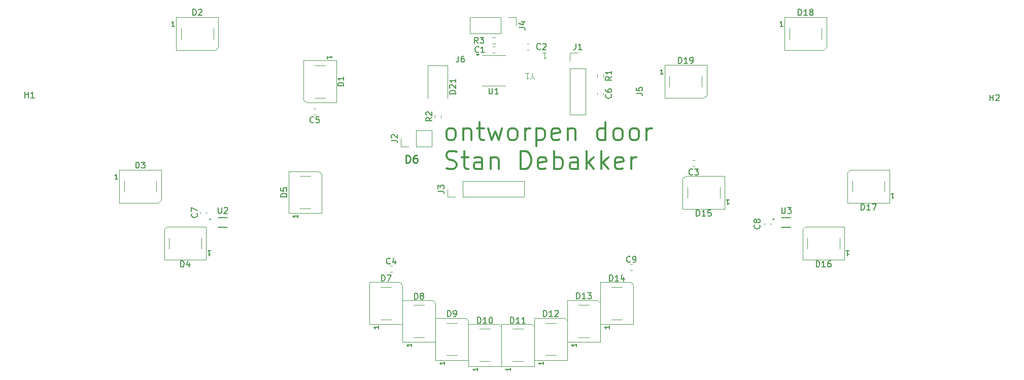
<source format=gbr>
%TF.GenerationSoftware,KiCad,Pcbnew,9.0.1*%
%TF.CreationDate,2025-05-06T09:33:07+02:00*%
%TF.ProjectId,hoofd nieuw V2,686f6f66-6420-46e6-9965-75772056322e,rev?*%
%TF.SameCoordinates,Original*%
%TF.FileFunction,Legend,Top*%
%TF.FilePolarity,Positive*%
%FSLAX46Y46*%
G04 Gerber Fmt 4.6, Leading zero omitted, Abs format (unit mm)*
G04 Created by KiCad (PCBNEW 9.0.1) date 2025-05-06 09:33:07*
%MOMM*%
%LPD*%
G01*
G04 APERTURE LIST*
%ADD10C,0.375000*%
%ADD11C,0.150000*%
%ADD12C,0.254000*%
%ADD13C,0.100000*%
%ADD14C,0.120000*%
%ADD15C,0.127000*%
%ADD16C,0.200000*%
G04 APERTURE END LIST*
D10*
X122389567Y-52283525D02*
X122103852Y-52140668D01*
X122103852Y-52140668D02*
X121960995Y-51997810D01*
X121960995Y-51997810D02*
X121818138Y-51712096D01*
X121818138Y-51712096D02*
X121818138Y-50854953D01*
X121818138Y-50854953D02*
X121960995Y-50569239D01*
X121960995Y-50569239D02*
X122103852Y-50426382D01*
X122103852Y-50426382D02*
X122389567Y-50283525D01*
X122389567Y-50283525D02*
X122818138Y-50283525D01*
X122818138Y-50283525D02*
X123103852Y-50426382D01*
X123103852Y-50426382D02*
X123246710Y-50569239D01*
X123246710Y-50569239D02*
X123389567Y-50854953D01*
X123389567Y-50854953D02*
X123389567Y-51712096D01*
X123389567Y-51712096D02*
X123246710Y-51997810D01*
X123246710Y-51997810D02*
X123103852Y-52140668D01*
X123103852Y-52140668D02*
X122818138Y-52283525D01*
X122818138Y-52283525D02*
X122389567Y-52283525D01*
X124675281Y-50283525D02*
X124675281Y-52283525D01*
X124675281Y-50569239D02*
X124818138Y-50426382D01*
X124818138Y-50426382D02*
X125103853Y-50283525D01*
X125103853Y-50283525D02*
X125532424Y-50283525D01*
X125532424Y-50283525D02*
X125818138Y-50426382D01*
X125818138Y-50426382D02*
X125960996Y-50712096D01*
X125960996Y-50712096D02*
X125960996Y-52283525D01*
X126960996Y-50283525D02*
X128103853Y-50283525D01*
X127389567Y-49283525D02*
X127389567Y-51854953D01*
X127389567Y-51854953D02*
X127532424Y-52140668D01*
X127532424Y-52140668D02*
X127818139Y-52283525D01*
X127818139Y-52283525D02*
X128103853Y-52283525D01*
X128818139Y-50283525D02*
X129389568Y-52283525D01*
X129389568Y-52283525D02*
X129960996Y-50854953D01*
X129960996Y-50854953D02*
X130532425Y-52283525D01*
X130532425Y-52283525D02*
X131103853Y-50283525D01*
X132675282Y-52283525D02*
X132389567Y-52140668D01*
X132389567Y-52140668D02*
X132246710Y-51997810D01*
X132246710Y-51997810D02*
X132103853Y-51712096D01*
X132103853Y-51712096D02*
X132103853Y-50854953D01*
X132103853Y-50854953D02*
X132246710Y-50569239D01*
X132246710Y-50569239D02*
X132389567Y-50426382D01*
X132389567Y-50426382D02*
X132675282Y-50283525D01*
X132675282Y-50283525D02*
X133103853Y-50283525D01*
X133103853Y-50283525D02*
X133389567Y-50426382D01*
X133389567Y-50426382D02*
X133532425Y-50569239D01*
X133532425Y-50569239D02*
X133675282Y-50854953D01*
X133675282Y-50854953D02*
X133675282Y-51712096D01*
X133675282Y-51712096D02*
X133532425Y-51997810D01*
X133532425Y-51997810D02*
X133389567Y-52140668D01*
X133389567Y-52140668D02*
X133103853Y-52283525D01*
X133103853Y-52283525D02*
X132675282Y-52283525D01*
X134960996Y-52283525D02*
X134960996Y-50283525D01*
X134960996Y-50854953D02*
X135103853Y-50569239D01*
X135103853Y-50569239D02*
X135246711Y-50426382D01*
X135246711Y-50426382D02*
X135532425Y-50283525D01*
X135532425Y-50283525D02*
X135818139Y-50283525D01*
X136818139Y-50283525D02*
X136818139Y-53283525D01*
X136818139Y-50426382D02*
X137103854Y-50283525D01*
X137103854Y-50283525D02*
X137675282Y-50283525D01*
X137675282Y-50283525D02*
X137960996Y-50426382D01*
X137960996Y-50426382D02*
X138103854Y-50569239D01*
X138103854Y-50569239D02*
X138246711Y-50854953D01*
X138246711Y-50854953D02*
X138246711Y-51712096D01*
X138246711Y-51712096D02*
X138103854Y-51997810D01*
X138103854Y-51997810D02*
X137960996Y-52140668D01*
X137960996Y-52140668D02*
X137675282Y-52283525D01*
X137675282Y-52283525D02*
X137103854Y-52283525D01*
X137103854Y-52283525D02*
X136818139Y-52140668D01*
X140675282Y-52140668D02*
X140389568Y-52283525D01*
X140389568Y-52283525D02*
X139818140Y-52283525D01*
X139818140Y-52283525D02*
X139532425Y-52140668D01*
X139532425Y-52140668D02*
X139389568Y-51854953D01*
X139389568Y-51854953D02*
X139389568Y-50712096D01*
X139389568Y-50712096D02*
X139532425Y-50426382D01*
X139532425Y-50426382D02*
X139818140Y-50283525D01*
X139818140Y-50283525D02*
X140389568Y-50283525D01*
X140389568Y-50283525D02*
X140675282Y-50426382D01*
X140675282Y-50426382D02*
X140818140Y-50712096D01*
X140818140Y-50712096D02*
X140818140Y-50997810D01*
X140818140Y-50997810D02*
X139389568Y-51283525D01*
X142103854Y-50283525D02*
X142103854Y-52283525D01*
X142103854Y-50569239D02*
X142246711Y-50426382D01*
X142246711Y-50426382D02*
X142532426Y-50283525D01*
X142532426Y-50283525D02*
X142960997Y-50283525D01*
X142960997Y-50283525D02*
X143246711Y-50426382D01*
X143246711Y-50426382D02*
X143389569Y-50712096D01*
X143389569Y-50712096D02*
X143389569Y-52283525D01*
X148389569Y-52283525D02*
X148389569Y-49283525D01*
X148389569Y-52140668D02*
X148103854Y-52283525D01*
X148103854Y-52283525D02*
X147532426Y-52283525D01*
X147532426Y-52283525D02*
X147246711Y-52140668D01*
X147246711Y-52140668D02*
X147103854Y-51997810D01*
X147103854Y-51997810D02*
X146960997Y-51712096D01*
X146960997Y-51712096D02*
X146960997Y-50854953D01*
X146960997Y-50854953D02*
X147103854Y-50569239D01*
X147103854Y-50569239D02*
X147246711Y-50426382D01*
X147246711Y-50426382D02*
X147532426Y-50283525D01*
X147532426Y-50283525D02*
X148103854Y-50283525D01*
X148103854Y-50283525D02*
X148389569Y-50426382D01*
X150246712Y-52283525D02*
X149960997Y-52140668D01*
X149960997Y-52140668D02*
X149818140Y-51997810D01*
X149818140Y-51997810D02*
X149675283Y-51712096D01*
X149675283Y-51712096D02*
X149675283Y-50854953D01*
X149675283Y-50854953D02*
X149818140Y-50569239D01*
X149818140Y-50569239D02*
X149960997Y-50426382D01*
X149960997Y-50426382D02*
X150246712Y-50283525D01*
X150246712Y-50283525D02*
X150675283Y-50283525D01*
X150675283Y-50283525D02*
X150960997Y-50426382D01*
X150960997Y-50426382D02*
X151103855Y-50569239D01*
X151103855Y-50569239D02*
X151246712Y-50854953D01*
X151246712Y-50854953D02*
X151246712Y-51712096D01*
X151246712Y-51712096D02*
X151103855Y-51997810D01*
X151103855Y-51997810D02*
X150960997Y-52140668D01*
X150960997Y-52140668D02*
X150675283Y-52283525D01*
X150675283Y-52283525D02*
X150246712Y-52283525D01*
X152960998Y-52283525D02*
X152675283Y-52140668D01*
X152675283Y-52140668D02*
X152532426Y-51997810D01*
X152532426Y-51997810D02*
X152389569Y-51712096D01*
X152389569Y-51712096D02*
X152389569Y-50854953D01*
X152389569Y-50854953D02*
X152532426Y-50569239D01*
X152532426Y-50569239D02*
X152675283Y-50426382D01*
X152675283Y-50426382D02*
X152960998Y-50283525D01*
X152960998Y-50283525D02*
X153389569Y-50283525D01*
X153389569Y-50283525D02*
X153675283Y-50426382D01*
X153675283Y-50426382D02*
X153818141Y-50569239D01*
X153818141Y-50569239D02*
X153960998Y-50854953D01*
X153960998Y-50854953D02*
X153960998Y-51712096D01*
X153960998Y-51712096D02*
X153818141Y-51997810D01*
X153818141Y-51997810D02*
X153675283Y-52140668D01*
X153675283Y-52140668D02*
X153389569Y-52283525D01*
X153389569Y-52283525D02*
X152960998Y-52283525D01*
X155246712Y-52283525D02*
X155246712Y-50283525D01*
X155246712Y-50854953D02*
X155389569Y-50569239D01*
X155389569Y-50569239D02*
X155532427Y-50426382D01*
X155532427Y-50426382D02*
X155818141Y-50283525D01*
X155818141Y-50283525D02*
X156103855Y-50283525D01*
X121818138Y-56970500D02*
X122246710Y-57113357D01*
X122246710Y-57113357D02*
X122960995Y-57113357D01*
X122960995Y-57113357D02*
X123246710Y-56970500D01*
X123246710Y-56970500D02*
X123389567Y-56827642D01*
X123389567Y-56827642D02*
X123532424Y-56541928D01*
X123532424Y-56541928D02*
X123532424Y-56256214D01*
X123532424Y-56256214D02*
X123389567Y-55970500D01*
X123389567Y-55970500D02*
X123246710Y-55827642D01*
X123246710Y-55827642D02*
X122960995Y-55684785D01*
X122960995Y-55684785D02*
X122389567Y-55541928D01*
X122389567Y-55541928D02*
X122103852Y-55399071D01*
X122103852Y-55399071D02*
X121960995Y-55256214D01*
X121960995Y-55256214D02*
X121818138Y-54970500D01*
X121818138Y-54970500D02*
X121818138Y-54684785D01*
X121818138Y-54684785D02*
X121960995Y-54399071D01*
X121960995Y-54399071D02*
X122103852Y-54256214D01*
X122103852Y-54256214D02*
X122389567Y-54113357D01*
X122389567Y-54113357D02*
X123103852Y-54113357D01*
X123103852Y-54113357D02*
X123532424Y-54256214D01*
X124389567Y-55113357D02*
X125532424Y-55113357D01*
X124818138Y-54113357D02*
X124818138Y-56684785D01*
X124818138Y-56684785D02*
X124960995Y-56970500D01*
X124960995Y-56970500D02*
X125246710Y-57113357D01*
X125246710Y-57113357D02*
X125532424Y-57113357D01*
X127818139Y-57113357D02*
X127818139Y-55541928D01*
X127818139Y-55541928D02*
X127675281Y-55256214D01*
X127675281Y-55256214D02*
X127389567Y-55113357D01*
X127389567Y-55113357D02*
X126818139Y-55113357D01*
X126818139Y-55113357D02*
X126532424Y-55256214D01*
X127818139Y-56970500D02*
X127532424Y-57113357D01*
X127532424Y-57113357D02*
X126818139Y-57113357D01*
X126818139Y-57113357D02*
X126532424Y-56970500D01*
X126532424Y-56970500D02*
X126389567Y-56684785D01*
X126389567Y-56684785D02*
X126389567Y-56399071D01*
X126389567Y-56399071D02*
X126532424Y-56113357D01*
X126532424Y-56113357D02*
X126818139Y-55970500D01*
X126818139Y-55970500D02*
X127532424Y-55970500D01*
X127532424Y-55970500D02*
X127818139Y-55827642D01*
X129246710Y-55113357D02*
X129246710Y-57113357D01*
X129246710Y-55399071D02*
X129389567Y-55256214D01*
X129389567Y-55256214D02*
X129675282Y-55113357D01*
X129675282Y-55113357D02*
X130103853Y-55113357D01*
X130103853Y-55113357D02*
X130389567Y-55256214D01*
X130389567Y-55256214D02*
X130532425Y-55541928D01*
X130532425Y-55541928D02*
X130532425Y-57113357D01*
X134246710Y-57113357D02*
X134246710Y-54113357D01*
X134246710Y-54113357D02*
X134960996Y-54113357D01*
X134960996Y-54113357D02*
X135389567Y-54256214D01*
X135389567Y-54256214D02*
X135675282Y-54541928D01*
X135675282Y-54541928D02*
X135818139Y-54827642D01*
X135818139Y-54827642D02*
X135960996Y-55399071D01*
X135960996Y-55399071D02*
X135960996Y-55827642D01*
X135960996Y-55827642D02*
X135818139Y-56399071D01*
X135818139Y-56399071D02*
X135675282Y-56684785D01*
X135675282Y-56684785D02*
X135389567Y-56970500D01*
X135389567Y-56970500D02*
X134960996Y-57113357D01*
X134960996Y-57113357D02*
X134246710Y-57113357D01*
X138389567Y-56970500D02*
X138103853Y-57113357D01*
X138103853Y-57113357D02*
X137532425Y-57113357D01*
X137532425Y-57113357D02*
X137246710Y-56970500D01*
X137246710Y-56970500D02*
X137103853Y-56684785D01*
X137103853Y-56684785D02*
X137103853Y-55541928D01*
X137103853Y-55541928D02*
X137246710Y-55256214D01*
X137246710Y-55256214D02*
X137532425Y-55113357D01*
X137532425Y-55113357D02*
X138103853Y-55113357D01*
X138103853Y-55113357D02*
X138389567Y-55256214D01*
X138389567Y-55256214D02*
X138532425Y-55541928D01*
X138532425Y-55541928D02*
X138532425Y-55827642D01*
X138532425Y-55827642D02*
X137103853Y-56113357D01*
X139818139Y-57113357D02*
X139818139Y-54113357D01*
X139818139Y-55256214D02*
X140103854Y-55113357D01*
X140103854Y-55113357D02*
X140675282Y-55113357D01*
X140675282Y-55113357D02*
X140960996Y-55256214D01*
X140960996Y-55256214D02*
X141103854Y-55399071D01*
X141103854Y-55399071D02*
X141246711Y-55684785D01*
X141246711Y-55684785D02*
X141246711Y-56541928D01*
X141246711Y-56541928D02*
X141103854Y-56827642D01*
X141103854Y-56827642D02*
X140960996Y-56970500D01*
X140960996Y-56970500D02*
X140675282Y-57113357D01*
X140675282Y-57113357D02*
X140103854Y-57113357D01*
X140103854Y-57113357D02*
X139818139Y-56970500D01*
X143818140Y-57113357D02*
X143818140Y-55541928D01*
X143818140Y-55541928D02*
X143675282Y-55256214D01*
X143675282Y-55256214D02*
X143389568Y-55113357D01*
X143389568Y-55113357D02*
X142818140Y-55113357D01*
X142818140Y-55113357D02*
X142532425Y-55256214D01*
X143818140Y-56970500D02*
X143532425Y-57113357D01*
X143532425Y-57113357D02*
X142818140Y-57113357D01*
X142818140Y-57113357D02*
X142532425Y-56970500D01*
X142532425Y-56970500D02*
X142389568Y-56684785D01*
X142389568Y-56684785D02*
X142389568Y-56399071D01*
X142389568Y-56399071D02*
X142532425Y-56113357D01*
X142532425Y-56113357D02*
X142818140Y-55970500D01*
X142818140Y-55970500D02*
X143532425Y-55970500D01*
X143532425Y-55970500D02*
X143818140Y-55827642D01*
X145246711Y-57113357D02*
X145246711Y-54113357D01*
X145532426Y-55970500D02*
X146389568Y-57113357D01*
X146389568Y-55113357D02*
X145246711Y-56256214D01*
X147675282Y-57113357D02*
X147675282Y-54113357D01*
X147960997Y-55970500D02*
X148818139Y-57113357D01*
X148818139Y-55113357D02*
X147675282Y-56256214D01*
X151246710Y-56970500D02*
X150960996Y-57113357D01*
X150960996Y-57113357D02*
X150389568Y-57113357D01*
X150389568Y-57113357D02*
X150103853Y-56970500D01*
X150103853Y-56970500D02*
X149960996Y-56684785D01*
X149960996Y-56684785D02*
X149960996Y-55541928D01*
X149960996Y-55541928D02*
X150103853Y-55256214D01*
X150103853Y-55256214D02*
X150389568Y-55113357D01*
X150389568Y-55113357D02*
X150960996Y-55113357D01*
X150960996Y-55113357D02*
X151246710Y-55256214D01*
X151246710Y-55256214D02*
X151389568Y-55541928D01*
X151389568Y-55541928D02*
X151389568Y-55827642D01*
X151389568Y-55827642D02*
X149960996Y-56113357D01*
X152675282Y-57113357D02*
X152675282Y-55113357D01*
X152675282Y-55684785D02*
X152818139Y-55399071D01*
X152818139Y-55399071D02*
X152960997Y-55256214D01*
X152960997Y-55256214D02*
X153246711Y-55113357D01*
X153246711Y-55113357D02*
X153532425Y-55113357D01*
D11*
X95204819Y-61738094D02*
X94204819Y-61738094D01*
X94204819Y-61738094D02*
X94204819Y-61499999D01*
X94204819Y-61499999D02*
X94252438Y-61357142D01*
X94252438Y-61357142D02*
X94347676Y-61261904D01*
X94347676Y-61261904D02*
X94442914Y-61214285D01*
X94442914Y-61214285D02*
X94633390Y-61166666D01*
X94633390Y-61166666D02*
X94776247Y-61166666D01*
X94776247Y-61166666D02*
X94966723Y-61214285D01*
X94966723Y-61214285D02*
X95061961Y-61261904D01*
X95061961Y-61261904D02*
X95157200Y-61357142D01*
X95157200Y-61357142D02*
X95204819Y-61499999D01*
X95204819Y-61499999D02*
X95204819Y-61738094D01*
X94204819Y-60261904D02*
X94204819Y-60738094D01*
X94204819Y-60738094D02*
X94681009Y-60785713D01*
X94681009Y-60785713D02*
X94633390Y-60738094D01*
X94633390Y-60738094D02*
X94585771Y-60642856D01*
X94585771Y-60642856D02*
X94585771Y-60404761D01*
X94585771Y-60404761D02*
X94633390Y-60309523D01*
X94633390Y-60309523D02*
X94681009Y-60261904D01*
X94681009Y-60261904D02*
X94776247Y-60214285D01*
X94776247Y-60214285D02*
X95014342Y-60214285D01*
X95014342Y-60214285D02*
X95109580Y-60261904D01*
X95109580Y-60261904D02*
X95157200Y-60309523D01*
X95157200Y-60309523D02*
X95204819Y-60404761D01*
X95204819Y-60404761D02*
X95204819Y-60642856D01*
X95204819Y-60642856D02*
X95157200Y-60738094D01*
X95157200Y-60738094D02*
X95109580Y-60785713D01*
X97012295Y-64771428D02*
X97012295Y-65228571D01*
X97012295Y-64999999D02*
X96212295Y-64999999D01*
X96212295Y-64999999D02*
X96326580Y-65076190D01*
X96326580Y-65076190D02*
X96402771Y-65152380D01*
X96402771Y-65152380D02*
X96440866Y-65228571D01*
D12*
X115092618Y-56069318D02*
X115092618Y-54799318D01*
X115092618Y-54799318D02*
X115394999Y-54799318D01*
X115394999Y-54799318D02*
X115576428Y-54859794D01*
X115576428Y-54859794D02*
X115697380Y-54980746D01*
X115697380Y-54980746D02*
X115757857Y-55101699D01*
X115757857Y-55101699D02*
X115818333Y-55343603D01*
X115818333Y-55343603D02*
X115818333Y-55525032D01*
X115818333Y-55525032D02*
X115757857Y-55766937D01*
X115757857Y-55766937D02*
X115697380Y-55887889D01*
X115697380Y-55887889D02*
X115576428Y-56008842D01*
X115576428Y-56008842D02*
X115394999Y-56069318D01*
X115394999Y-56069318D02*
X115092618Y-56069318D01*
X116906904Y-54799318D02*
X116664999Y-54799318D01*
X116664999Y-54799318D02*
X116544047Y-54859794D01*
X116544047Y-54859794D02*
X116483571Y-54920270D01*
X116483571Y-54920270D02*
X116362618Y-55101699D01*
X116362618Y-55101699D02*
X116302142Y-55343603D01*
X116302142Y-55343603D02*
X116302142Y-55827413D01*
X116302142Y-55827413D02*
X116362618Y-55948365D01*
X116362618Y-55948365D02*
X116423095Y-56008842D01*
X116423095Y-56008842D02*
X116544047Y-56069318D01*
X116544047Y-56069318D02*
X116785952Y-56069318D01*
X116785952Y-56069318D02*
X116906904Y-56008842D01*
X116906904Y-56008842D02*
X116967380Y-55948365D01*
X116967380Y-55948365D02*
X117027857Y-55827413D01*
X117027857Y-55827413D02*
X117027857Y-55525032D01*
X117027857Y-55525032D02*
X116967380Y-55404080D01*
X116967380Y-55404080D02*
X116906904Y-55343603D01*
X116906904Y-55343603D02*
X116785952Y-55283127D01*
X116785952Y-55283127D02*
X116544047Y-55283127D01*
X116544047Y-55283127D02*
X116423095Y-55343603D01*
X116423095Y-55343603D02*
X116362618Y-55404080D01*
X116362618Y-55404080D02*
X116302142Y-55525032D01*
D11*
X137533333Y-37059580D02*
X137485714Y-37107200D01*
X137485714Y-37107200D02*
X137342857Y-37154819D01*
X137342857Y-37154819D02*
X137247619Y-37154819D01*
X137247619Y-37154819D02*
X137104762Y-37107200D01*
X137104762Y-37107200D02*
X137009524Y-37011961D01*
X137009524Y-37011961D02*
X136961905Y-36916723D01*
X136961905Y-36916723D02*
X136914286Y-36726247D01*
X136914286Y-36726247D02*
X136914286Y-36583390D01*
X136914286Y-36583390D02*
X136961905Y-36392914D01*
X136961905Y-36392914D02*
X137009524Y-36297676D01*
X137009524Y-36297676D02*
X137104762Y-36202438D01*
X137104762Y-36202438D02*
X137247619Y-36154819D01*
X137247619Y-36154819D02*
X137342857Y-36154819D01*
X137342857Y-36154819D02*
X137485714Y-36202438D01*
X137485714Y-36202438D02*
X137533333Y-36250057D01*
X137914286Y-36250057D02*
X137961905Y-36202438D01*
X137961905Y-36202438D02*
X138057143Y-36154819D01*
X138057143Y-36154819D02*
X138295238Y-36154819D01*
X138295238Y-36154819D02*
X138390476Y-36202438D01*
X138390476Y-36202438D02*
X138438095Y-36250057D01*
X138438095Y-36250057D02*
X138485714Y-36345295D01*
X138485714Y-36345295D02*
X138485714Y-36440533D01*
X138485714Y-36440533D02*
X138438095Y-36583390D01*
X138438095Y-36583390D02*
X137866667Y-37154819D01*
X137866667Y-37154819D02*
X138485714Y-37154819D01*
X127233333Y-37559580D02*
X127185714Y-37607200D01*
X127185714Y-37607200D02*
X127042857Y-37654819D01*
X127042857Y-37654819D02*
X126947619Y-37654819D01*
X126947619Y-37654819D02*
X126804762Y-37607200D01*
X126804762Y-37607200D02*
X126709524Y-37511961D01*
X126709524Y-37511961D02*
X126661905Y-37416723D01*
X126661905Y-37416723D02*
X126614286Y-37226247D01*
X126614286Y-37226247D02*
X126614286Y-37083390D01*
X126614286Y-37083390D02*
X126661905Y-36892914D01*
X126661905Y-36892914D02*
X126709524Y-36797676D01*
X126709524Y-36797676D02*
X126804762Y-36702438D01*
X126804762Y-36702438D02*
X126947619Y-36654819D01*
X126947619Y-36654819D02*
X127042857Y-36654819D01*
X127042857Y-36654819D02*
X127185714Y-36702438D01*
X127185714Y-36702438D02*
X127233333Y-36750057D01*
X128185714Y-37654819D02*
X127614286Y-37654819D01*
X127900000Y-37654819D02*
X127900000Y-36654819D01*
X127900000Y-36654819D02*
X127804762Y-36797676D01*
X127804762Y-36797676D02*
X127709524Y-36892914D01*
X127709524Y-36892914D02*
X127614286Y-36940533D01*
X133934819Y-33483333D02*
X134649104Y-33483333D01*
X134649104Y-33483333D02*
X134791961Y-33530952D01*
X134791961Y-33530952D02*
X134887200Y-33626190D01*
X134887200Y-33626190D02*
X134934819Y-33769047D01*
X134934819Y-33769047D02*
X134934819Y-33864285D01*
X134268152Y-32578571D02*
X134934819Y-32578571D01*
X133887200Y-32816666D02*
X134601485Y-33054761D01*
X134601485Y-33054761D02*
X134601485Y-32435714D01*
X143535714Y-78754819D02*
X143535714Y-77754819D01*
X143535714Y-77754819D02*
X143773809Y-77754819D01*
X143773809Y-77754819D02*
X143916666Y-77802438D01*
X143916666Y-77802438D02*
X144011904Y-77897676D01*
X144011904Y-77897676D02*
X144059523Y-77992914D01*
X144059523Y-77992914D02*
X144107142Y-78183390D01*
X144107142Y-78183390D02*
X144107142Y-78326247D01*
X144107142Y-78326247D02*
X144059523Y-78516723D01*
X144059523Y-78516723D02*
X144011904Y-78611961D01*
X144011904Y-78611961D02*
X143916666Y-78707200D01*
X143916666Y-78707200D02*
X143773809Y-78754819D01*
X143773809Y-78754819D02*
X143535714Y-78754819D01*
X145059523Y-78754819D02*
X144488095Y-78754819D01*
X144773809Y-78754819D02*
X144773809Y-77754819D01*
X144773809Y-77754819D02*
X144678571Y-77897676D01*
X144678571Y-77897676D02*
X144583333Y-77992914D01*
X144583333Y-77992914D02*
X144488095Y-78040533D01*
X145392857Y-77754819D02*
X146011904Y-77754819D01*
X146011904Y-77754819D02*
X145678571Y-78135771D01*
X145678571Y-78135771D02*
X145821428Y-78135771D01*
X145821428Y-78135771D02*
X145916666Y-78183390D01*
X145916666Y-78183390D02*
X145964285Y-78231009D01*
X145964285Y-78231009D02*
X146011904Y-78326247D01*
X146011904Y-78326247D02*
X146011904Y-78564342D01*
X146011904Y-78564342D02*
X145964285Y-78659580D01*
X145964285Y-78659580D02*
X145916666Y-78707200D01*
X145916666Y-78707200D02*
X145821428Y-78754819D01*
X145821428Y-78754819D02*
X145535714Y-78754819D01*
X145535714Y-78754819D02*
X145440476Y-78707200D01*
X145440476Y-78707200D02*
X145392857Y-78659580D01*
X143512295Y-86271428D02*
X143512295Y-86728571D01*
X143512295Y-86499999D02*
X142712295Y-86499999D01*
X142712295Y-86499999D02*
X142826580Y-86576190D01*
X142826580Y-86576190D02*
X142902771Y-86652380D01*
X142902771Y-86652380D02*
X142940866Y-86728571D01*
X120434819Y-60783333D02*
X121149104Y-60783333D01*
X121149104Y-60783333D02*
X121291961Y-60830952D01*
X121291961Y-60830952D02*
X121387200Y-60926190D01*
X121387200Y-60926190D02*
X121434819Y-61069047D01*
X121434819Y-61069047D02*
X121434819Y-61164285D01*
X120434819Y-60402380D02*
X120434819Y-59783333D01*
X120434819Y-59783333D02*
X120815771Y-60116666D01*
X120815771Y-60116666D02*
X120815771Y-59973809D01*
X120815771Y-59973809D02*
X120863390Y-59878571D01*
X120863390Y-59878571D02*
X120911009Y-59830952D01*
X120911009Y-59830952D02*
X121006247Y-59783333D01*
X121006247Y-59783333D02*
X121244342Y-59783333D01*
X121244342Y-59783333D02*
X121339580Y-59830952D01*
X121339580Y-59830952D02*
X121387200Y-59878571D01*
X121387200Y-59878571D02*
X121434819Y-59973809D01*
X121434819Y-59973809D02*
X121434819Y-60259523D01*
X121434819Y-60259523D02*
X121387200Y-60354761D01*
X121387200Y-60354761D02*
X121339580Y-60402380D01*
X174084580Y-66441666D02*
X174132200Y-66489285D01*
X174132200Y-66489285D02*
X174179819Y-66632142D01*
X174179819Y-66632142D02*
X174179819Y-66727380D01*
X174179819Y-66727380D02*
X174132200Y-66870237D01*
X174132200Y-66870237D02*
X174036961Y-66965475D01*
X174036961Y-66965475D02*
X173941723Y-67013094D01*
X173941723Y-67013094D02*
X173751247Y-67060713D01*
X173751247Y-67060713D02*
X173608390Y-67060713D01*
X173608390Y-67060713D02*
X173417914Y-67013094D01*
X173417914Y-67013094D02*
X173322676Y-66965475D01*
X173322676Y-66965475D02*
X173227438Y-66870237D01*
X173227438Y-66870237D02*
X173179819Y-66727380D01*
X173179819Y-66727380D02*
X173179819Y-66632142D01*
X173179819Y-66632142D02*
X173227438Y-66489285D01*
X173227438Y-66489285D02*
X173275057Y-66441666D01*
X173608390Y-65870237D02*
X173560771Y-65965475D01*
X173560771Y-65965475D02*
X173513152Y-66013094D01*
X173513152Y-66013094D02*
X173417914Y-66060713D01*
X173417914Y-66060713D02*
X173370295Y-66060713D01*
X173370295Y-66060713D02*
X173275057Y-66013094D01*
X173275057Y-66013094D02*
X173227438Y-65965475D01*
X173227438Y-65965475D02*
X173179819Y-65870237D01*
X173179819Y-65870237D02*
X173179819Y-65679761D01*
X173179819Y-65679761D02*
X173227438Y-65584523D01*
X173227438Y-65584523D02*
X173275057Y-65536904D01*
X173275057Y-65536904D02*
X173370295Y-65489285D01*
X173370295Y-65489285D02*
X173417914Y-65489285D01*
X173417914Y-65489285D02*
X173513152Y-65536904D01*
X173513152Y-65536904D02*
X173560771Y-65584523D01*
X173560771Y-65584523D02*
X173608390Y-65679761D01*
X173608390Y-65679761D02*
X173608390Y-65870237D01*
X173608390Y-65870237D02*
X173656009Y-65965475D01*
X173656009Y-65965475D02*
X173703628Y-66013094D01*
X173703628Y-66013094D02*
X173798866Y-66060713D01*
X173798866Y-66060713D02*
X173989342Y-66060713D01*
X173989342Y-66060713D02*
X174084580Y-66013094D01*
X174084580Y-66013094D02*
X174132200Y-65965475D01*
X174132200Y-65965475D02*
X174179819Y-65870237D01*
X174179819Y-65870237D02*
X174179819Y-65679761D01*
X174179819Y-65679761D02*
X174132200Y-65584523D01*
X174132200Y-65584523D02*
X174084580Y-65536904D01*
X174084580Y-65536904D02*
X173989342Y-65489285D01*
X173989342Y-65489285D02*
X173798866Y-65489285D01*
X173798866Y-65489285D02*
X173703628Y-65536904D01*
X173703628Y-65536904D02*
X173656009Y-65584523D01*
X173656009Y-65584523D02*
X173608390Y-65679761D01*
X99683333Y-49289580D02*
X99635714Y-49337200D01*
X99635714Y-49337200D02*
X99492857Y-49384819D01*
X99492857Y-49384819D02*
X99397619Y-49384819D01*
X99397619Y-49384819D02*
X99254762Y-49337200D01*
X99254762Y-49337200D02*
X99159524Y-49241961D01*
X99159524Y-49241961D02*
X99111905Y-49146723D01*
X99111905Y-49146723D02*
X99064286Y-48956247D01*
X99064286Y-48956247D02*
X99064286Y-48813390D01*
X99064286Y-48813390D02*
X99111905Y-48622914D01*
X99111905Y-48622914D02*
X99159524Y-48527676D01*
X99159524Y-48527676D02*
X99254762Y-48432438D01*
X99254762Y-48432438D02*
X99397619Y-48384819D01*
X99397619Y-48384819D02*
X99492857Y-48384819D01*
X99492857Y-48384819D02*
X99635714Y-48432438D01*
X99635714Y-48432438D02*
X99683333Y-48480057D01*
X100588095Y-48384819D02*
X100111905Y-48384819D01*
X100111905Y-48384819D02*
X100064286Y-48861009D01*
X100064286Y-48861009D02*
X100111905Y-48813390D01*
X100111905Y-48813390D02*
X100207143Y-48765771D01*
X100207143Y-48765771D02*
X100445238Y-48765771D01*
X100445238Y-48765771D02*
X100540476Y-48813390D01*
X100540476Y-48813390D02*
X100588095Y-48861009D01*
X100588095Y-48861009D02*
X100635714Y-48956247D01*
X100635714Y-48956247D02*
X100635714Y-49194342D01*
X100635714Y-49194342D02*
X100588095Y-49289580D01*
X100588095Y-49289580D02*
X100540476Y-49337200D01*
X100540476Y-49337200D02*
X100445238Y-49384819D01*
X100445238Y-49384819D02*
X100207143Y-49384819D01*
X100207143Y-49384819D02*
X100111905Y-49337200D01*
X100111905Y-49337200D02*
X100064286Y-49289580D01*
X112468333Y-72869580D02*
X112420714Y-72917200D01*
X112420714Y-72917200D02*
X112277857Y-72964819D01*
X112277857Y-72964819D02*
X112182619Y-72964819D01*
X112182619Y-72964819D02*
X112039762Y-72917200D01*
X112039762Y-72917200D02*
X111944524Y-72821961D01*
X111944524Y-72821961D02*
X111896905Y-72726723D01*
X111896905Y-72726723D02*
X111849286Y-72536247D01*
X111849286Y-72536247D02*
X111849286Y-72393390D01*
X111849286Y-72393390D02*
X111896905Y-72202914D01*
X111896905Y-72202914D02*
X111944524Y-72107676D01*
X111944524Y-72107676D02*
X112039762Y-72012438D01*
X112039762Y-72012438D02*
X112182619Y-71964819D01*
X112182619Y-71964819D02*
X112277857Y-71964819D01*
X112277857Y-71964819D02*
X112420714Y-72012438D01*
X112420714Y-72012438D02*
X112468333Y-72060057D01*
X113325476Y-72298152D02*
X113325476Y-72964819D01*
X113087381Y-71917200D02*
X112849286Y-72631485D01*
X112849286Y-72631485D02*
X113468333Y-72631485D01*
X116511905Y-78829819D02*
X116511905Y-77829819D01*
X116511905Y-77829819D02*
X116750000Y-77829819D01*
X116750000Y-77829819D02*
X116892857Y-77877438D01*
X116892857Y-77877438D02*
X116988095Y-77972676D01*
X116988095Y-77972676D02*
X117035714Y-78067914D01*
X117035714Y-78067914D02*
X117083333Y-78258390D01*
X117083333Y-78258390D02*
X117083333Y-78401247D01*
X117083333Y-78401247D02*
X117035714Y-78591723D01*
X117035714Y-78591723D02*
X116988095Y-78686961D01*
X116988095Y-78686961D02*
X116892857Y-78782200D01*
X116892857Y-78782200D02*
X116750000Y-78829819D01*
X116750000Y-78829819D02*
X116511905Y-78829819D01*
X117654762Y-78258390D02*
X117559524Y-78210771D01*
X117559524Y-78210771D02*
X117511905Y-78163152D01*
X117511905Y-78163152D02*
X117464286Y-78067914D01*
X117464286Y-78067914D02*
X117464286Y-78020295D01*
X117464286Y-78020295D02*
X117511905Y-77925057D01*
X117511905Y-77925057D02*
X117559524Y-77877438D01*
X117559524Y-77877438D02*
X117654762Y-77829819D01*
X117654762Y-77829819D02*
X117845238Y-77829819D01*
X117845238Y-77829819D02*
X117940476Y-77877438D01*
X117940476Y-77877438D02*
X117988095Y-77925057D01*
X117988095Y-77925057D02*
X118035714Y-78020295D01*
X118035714Y-78020295D02*
X118035714Y-78067914D01*
X118035714Y-78067914D02*
X117988095Y-78163152D01*
X117988095Y-78163152D02*
X117940476Y-78210771D01*
X117940476Y-78210771D02*
X117845238Y-78258390D01*
X117845238Y-78258390D02*
X117654762Y-78258390D01*
X117654762Y-78258390D02*
X117559524Y-78306009D01*
X117559524Y-78306009D02*
X117511905Y-78353628D01*
X117511905Y-78353628D02*
X117464286Y-78448866D01*
X117464286Y-78448866D02*
X117464286Y-78639342D01*
X117464286Y-78639342D02*
X117511905Y-78734580D01*
X117511905Y-78734580D02*
X117559524Y-78782200D01*
X117559524Y-78782200D02*
X117654762Y-78829819D01*
X117654762Y-78829819D02*
X117845238Y-78829819D01*
X117845238Y-78829819D02*
X117940476Y-78782200D01*
X117940476Y-78782200D02*
X117988095Y-78734580D01*
X117988095Y-78734580D02*
X118035714Y-78639342D01*
X118035714Y-78639342D02*
X118035714Y-78448866D01*
X118035714Y-78448866D02*
X117988095Y-78353628D01*
X117988095Y-78353628D02*
X117940476Y-78306009D01*
X117940476Y-78306009D02*
X117845238Y-78258390D01*
X116012295Y-86271428D02*
X116012295Y-86728571D01*
X116012295Y-86499999D02*
X115212295Y-86499999D01*
X115212295Y-86499999D02*
X115326580Y-86576190D01*
X115326580Y-86576190D02*
X115402771Y-86652380D01*
X115402771Y-86652380D02*
X115440866Y-86728571D01*
X160535714Y-39454819D02*
X160535714Y-38454819D01*
X160535714Y-38454819D02*
X160773809Y-38454819D01*
X160773809Y-38454819D02*
X160916666Y-38502438D01*
X160916666Y-38502438D02*
X161011904Y-38597676D01*
X161011904Y-38597676D02*
X161059523Y-38692914D01*
X161059523Y-38692914D02*
X161107142Y-38883390D01*
X161107142Y-38883390D02*
X161107142Y-39026247D01*
X161107142Y-39026247D02*
X161059523Y-39216723D01*
X161059523Y-39216723D02*
X161011904Y-39311961D01*
X161011904Y-39311961D02*
X160916666Y-39407200D01*
X160916666Y-39407200D02*
X160773809Y-39454819D01*
X160773809Y-39454819D02*
X160535714Y-39454819D01*
X162059523Y-39454819D02*
X161488095Y-39454819D01*
X161773809Y-39454819D02*
X161773809Y-38454819D01*
X161773809Y-38454819D02*
X161678571Y-38597676D01*
X161678571Y-38597676D02*
X161583333Y-38692914D01*
X161583333Y-38692914D02*
X161488095Y-38740533D01*
X162535714Y-39454819D02*
X162726190Y-39454819D01*
X162726190Y-39454819D02*
X162821428Y-39407200D01*
X162821428Y-39407200D02*
X162869047Y-39359580D01*
X162869047Y-39359580D02*
X162964285Y-39216723D01*
X162964285Y-39216723D02*
X163011904Y-39026247D01*
X163011904Y-39026247D02*
X163011904Y-38645295D01*
X163011904Y-38645295D02*
X162964285Y-38550057D01*
X162964285Y-38550057D02*
X162916666Y-38502438D01*
X162916666Y-38502438D02*
X162821428Y-38454819D01*
X162821428Y-38454819D02*
X162630952Y-38454819D01*
X162630952Y-38454819D02*
X162535714Y-38502438D01*
X162535714Y-38502438D02*
X162488095Y-38550057D01*
X162488095Y-38550057D02*
X162440476Y-38645295D01*
X162440476Y-38645295D02*
X162440476Y-38883390D01*
X162440476Y-38883390D02*
X162488095Y-38978628D01*
X162488095Y-38978628D02*
X162535714Y-39026247D01*
X162535714Y-39026247D02*
X162630952Y-39073866D01*
X162630952Y-39073866D02*
X162821428Y-39073866D01*
X162821428Y-39073866D02*
X162916666Y-39026247D01*
X162916666Y-39026247D02*
X162964285Y-38978628D01*
X162964285Y-38978628D02*
X163011904Y-38883390D01*
X157978571Y-41262295D02*
X157521428Y-41262295D01*
X157750000Y-41262295D02*
X157750000Y-40462295D01*
X157750000Y-40462295D02*
X157673809Y-40576580D01*
X157673809Y-40576580D02*
X157597619Y-40652771D01*
X157597619Y-40652771D02*
X157521428Y-40690866D01*
X122011905Y-81729819D02*
X122011905Y-80729819D01*
X122011905Y-80729819D02*
X122250000Y-80729819D01*
X122250000Y-80729819D02*
X122392857Y-80777438D01*
X122392857Y-80777438D02*
X122488095Y-80872676D01*
X122488095Y-80872676D02*
X122535714Y-80967914D01*
X122535714Y-80967914D02*
X122583333Y-81158390D01*
X122583333Y-81158390D02*
X122583333Y-81301247D01*
X122583333Y-81301247D02*
X122535714Y-81491723D01*
X122535714Y-81491723D02*
X122488095Y-81586961D01*
X122488095Y-81586961D02*
X122392857Y-81682200D01*
X122392857Y-81682200D02*
X122250000Y-81729819D01*
X122250000Y-81729819D02*
X122011905Y-81729819D01*
X123059524Y-81729819D02*
X123250000Y-81729819D01*
X123250000Y-81729819D02*
X123345238Y-81682200D01*
X123345238Y-81682200D02*
X123392857Y-81634580D01*
X123392857Y-81634580D02*
X123488095Y-81491723D01*
X123488095Y-81491723D02*
X123535714Y-81301247D01*
X123535714Y-81301247D02*
X123535714Y-80920295D01*
X123535714Y-80920295D02*
X123488095Y-80825057D01*
X123488095Y-80825057D02*
X123440476Y-80777438D01*
X123440476Y-80777438D02*
X123345238Y-80729819D01*
X123345238Y-80729819D02*
X123154762Y-80729819D01*
X123154762Y-80729819D02*
X123059524Y-80777438D01*
X123059524Y-80777438D02*
X123011905Y-80825057D01*
X123011905Y-80825057D02*
X122964286Y-80920295D01*
X122964286Y-80920295D02*
X122964286Y-81158390D01*
X122964286Y-81158390D02*
X123011905Y-81253628D01*
X123011905Y-81253628D02*
X123059524Y-81301247D01*
X123059524Y-81301247D02*
X123154762Y-81348866D01*
X123154762Y-81348866D02*
X123345238Y-81348866D01*
X123345238Y-81348866D02*
X123440476Y-81301247D01*
X123440476Y-81301247D02*
X123488095Y-81253628D01*
X123488095Y-81253628D02*
X123535714Y-81158390D01*
X121512295Y-89271428D02*
X121512295Y-89728571D01*
X121512295Y-89499999D02*
X120712295Y-89499999D01*
X120712295Y-89499999D02*
X120826580Y-89576190D01*
X120826580Y-89576190D02*
X120902771Y-89652380D01*
X120902771Y-89652380D02*
X120940866Y-89728571D01*
X149289580Y-44666666D02*
X149337200Y-44714285D01*
X149337200Y-44714285D02*
X149384819Y-44857142D01*
X149384819Y-44857142D02*
X149384819Y-44952380D01*
X149384819Y-44952380D02*
X149337200Y-45095237D01*
X149337200Y-45095237D02*
X149241961Y-45190475D01*
X149241961Y-45190475D02*
X149146723Y-45238094D01*
X149146723Y-45238094D02*
X148956247Y-45285713D01*
X148956247Y-45285713D02*
X148813390Y-45285713D01*
X148813390Y-45285713D02*
X148622914Y-45238094D01*
X148622914Y-45238094D02*
X148527676Y-45190475D01*
X148527676Y-45190475D02*
X148432438Y-45095237D01*
X148432438Y-45095237D02*
X148384819Y-44952380D01*
X148384819Y-44952380D02*
X148384819Y-44857142D01*
X148384819Y-44857142D02*
X148432438Y-44714285D01*
X148432438Y-44714285D02*
X148480057Y-44666666D01*
X148384819Y-43809523D02*
X148384819Y-43999999D01*
X148384819Y-43999999D02*
X148432438Y-44095237D01*
X148432438Y-44095237D02*
X148480057Y-44142856D01*
X148480057Y-44142856D02*
X148622914Y-44238094D01*
X148622914Y-44238094D02*
X148813390Y-44285713D01*
X148813390Y-44285713D02*
X149194342Y-44285713D01*
X149194342Y-44285713D02*
X149289580Y-44238094D01*
X149289580Y-44238094D02*
X149337200Y-44190475D01*
X149337200Y-44190475D02*
X149384819Y-44095237D01*
X149384819Y-44095237D02*
X149384819Y-43904761D01*
X149384819Y-43904761D02*
X149337200Y-43809523D01*
X149337200Y-43809523D02*
X149289580Y-43761904D01*
X149289580Y-43761904D02*
X149194342Y-43714285D01*
X149194342Y-43714285D02*
X148956247Y-43714285D01*
X148956247Y-43714285D02*
X148861009Y-43761904D01*
X148861009Y-43761904D02*
X148813390Y-43809523D01*
X148813390Y-43809523D02*
X148765771Y-43904761D01*
X148765771Y-43904761D02*
X148765771Y-44095237D01*
X148765771Y-44095237D02*
X148813390Y-44190475D01*
X148813390Y-44190475D02*
X148861009Y-44238094D01*
X148861009Y-44238094D02*
X148956247Y-44285713D01*
X180535714Y-31454819D02*
X180535714Y-30454819D01*
X180535714Y-30454819D02*
X180773809Y-30454819D01*
X180773809Y-30454819D02*
X180916666Y-30502438D01*
X180916666Y-30502438D02*
X181011904Y-30597676D01*
X181011904Y-30597676D02*
X181059523Y-30692914D01*
X181059523Y-30692914D02*
X181107142Y-30883390D01*
X181107142Y-30883390D02*
X181107142Y-31026247D01*
X181107142Y-31026247D02*
X181059523Y-31216723D01*
X181059523Y-31216723D02*
X181011904Y-31311961D01*
X181011904Y-31311961D02*
X180916666Y-31407200D01*
X180916666Y-31407200D02*
X180773809Y-31454819D01*
X180773809Y-31454819D02*
X180535714Y-31454819D01*
X182059523Y-31454819D02*
X181488095Y-31454819D01*
X181773809Y-31454819D02*
X181773809Y-30454819D01*
X181773809Y-30454819D02*
X181678571Y-30597676D01*
X181678571Y-30597676D02*
X181583333Y-30692914D01*
X181583333Y-30692914D02*
X181488095Y-30740533D01*
X182630952Y-30883390D02*
X182535714Y-30835771D01*
X182535714Y-30835771D02*
X182488095Y-30788152D01*
X182488095Y-30788152D02*
X182440476Y-30692914D01*
X182440476Y-30692914D02*
X182440476Y-30645295D01*
X182440476Y-30645295D02*
X182488095Y-30550057D01*
X182488095Y-30550057D02*
X182535714Y-30502438D01*
X182535714Y-30502438D02*
X182630952Y-30454819D01*
X182630952Y-30454819D02*
X182821428Y-30454819D01*
X182821428Y-30454819D02*
X182916666Y-30502438D01*
X182916666Y-30502438D02*
X182964285Y-30550057D01*
X182964285Y-30550057D02*
X183011904Y-30645295D01*
X183011904Y-30645295D02*
X183011904Y-30692914D01*
X183011904Y-30692914D02*
X182964285Y-30788152D01*
X182964285Y-30788152D02*
X182916666Y-30835771D01*
X182916666Y-30835771D02*
X182821428Y-30883390D01*
X182821428Y-30883390D02*
X182630952Y-30883390D01*
X182630952Y-30883390D02*
X182535714Y-30931009D01*
X182535714Y-30931009D02*
X182488095Y-30978628D01*
X182488095Y-30978628D02*
X182440476Y-31073866D01*
X182440476Y-31073866D02*
X182440476Y-31264342D01*
X182440476Y-31264342D02*
X182488095Y-31359580D01*
X182488095Y-31359580D02*
X182535714Y-31407200D01*
X182535714Y-31407200D02*
X182630952Y-31454819D01*
X182630952Y-31454819D02*
X182821428Y-31454819D01*
X182821428Y-31454819D02*
X182916666Y-31407200D01*
X182916666Y-31407200D02*
X182964285Y-31359580D01*
X182964285Y-31359580D02*
X183011904Y-31264342D01*
X183011904Y-31264342D02*
X183011904Y-31073866D01*
X183011904Y-31073866D02*
X182964285Y-30978628D01*
X182964285Y-30978628D02*
X182916666Y-30931009D01*
X182916666Y-30931009D02*
X182821428Y-30883390D01*
X177978571Y-33262295D02*
X177521428Y-33262295D01*
X177750000Y-33262295D02*
X177750000Y-32462295D01*
X177750000Y-32462295D02*
X177673809Y-32576580D01*
X177673809Y-32576580D02*
X177597619Y-32652771D01*
X177597619Y-32652771D02*
X177521428Y-32690866D01*
X152503333Y-72569580D02*
X152455714Y-72617200D01*
X152455714Y-72617200D02*
X152312857Y-72664819D01*
X152312857Y-72664819D02*
X152217619Y-72664819D01*
X152217619Y-72664819D02*
X152074762Y-72617200D01*
X152074762Y-72617200D02*
X151979524Y-72521961D01*
X151979524Y-72521961D02*
X151931905Y-72426723D01*
X151931905Y-72426723D02*
X151884286Y-72236247D01*
X151884286Y-72236247D02*
X151884286Y-72093390D01*
X151884286Y-72093390D02*
X151931905Y-71902914D01*
X151931905Y-71902914D02*
X151979524Y-71807676D01*
X151979524Y-71807676D02*
X152074762Y-71712438D01*
X152074762Y-71712438D02*
X152217619Y-71664819D01*
X152217619Y-71664819D02*
X152312857Y-71664819D01*
X152312857Y-71664819D02*
X152455714Y-71712438D01*
X152455714Y-71712438D02*
X152503333Y-71760057D01*
X152979524Y-72664819D02*
X153170000Y-72664819D01*
X153170000Y-72664819D02*
X153265238Y-72617200D01*
X153265238Y-72617200D02*
X153312857Y-72569580D01*
X153312857Y-72569580D02*
X153408095Y-72426723D01*
X153408095Y-72426723D02*
X153455714Y-72236247D01*
X153455714Y-72236247D02*
X153455714Y-71855295D01*
X153455714Y-71855295D02*
X153408095Y-71760057D01*
X153408095Y-71760057D02*
X153360476Y-71712438D01*
X153360476Y-71712438D02*
X153265238Y-71664819D01*
X153265238Y-71664819D02*
X153074762Y-71664819D01*
X153074762Y-71664819D02*
X152979524Y-71712438D01*
X152979524Y-71712438D02*
X152931905Y-71760057D01*
X152931905Y-71760057D02*
X152884286Y-71855295D01*
X152884286Y-71855295D02*
X152884286Y-72093390D01*
X152884286Y-72093390D02*
X152931905Y-72188628D01*
X152931905Y-72188628D02*
X152979524Y-72236247D01*
X152979524Y-72236247D02*
X153074762Y-72283866D01*
X153074762Y-72283866D02*
X153265238Y-72283866D01*
X153265238Y-72283866D02*
X153360476Y-72236247D01*
X153360476Y-72236247D02*
X153408095Y-72188628D01*
X153408095Y-72188628D02*
X153455714Y-72093390D01*
X163535714Y-64954819D02*
X163535714Y-63954819D01*
X163535714Y-63954819D02*
X163773809Y-63954819D01*
X163773809Y-63954819D02*
X163916666Y-64002438D01*
X163916666Y-64002438D02*
X164011904Y-64097676D01*
X164011904Y-64097676D02*
X164059523Y-64192914D01*
X164059523Y-64192914D02*
X164107142Y-64383390D01*
X164107142Y-64383390D02*
X164107142Y-64526247D01*
X164107142Y-64526247D02*
X164059523Y-64716723D01*
X164059523Y-64716723D02*
X164011904Y-64811961D01*
X164011904Y-64811961D02*
X163916666Y-64907200D01*
X163916666Y-64907200D02*
X163773809Y-64954819D01*
X163773809Y-64954819D02*
X163535714Y-64954819D01*
X165059523Y-64954819D02*
X164488095Y-64954819D01*
X164773809Y-64954819D02*
X164773809Y-63954819D01*
X164773809Y-63954819D02*
X164678571Y-64097676D01*
X164678571Y-64097676D02*
X164583333Y-64192914D01*
X164583333Y-64192914D02*
X164488095Y-64240533D01*
X165964285Y-63954819D02*
X165488095Y-63954819D01*
X165488095Y-63954819D02*
X165440476Y-64431009D01*
X165440476Y-64431009D02*
X165488095Y-64383390D01*
X165488095Y-64383390D02*
X165583333Y-64335771D01*
X165583333Y-64335771D02*
X165821428Y-64335771D01*
X165821428Y-64335771D02*
X165916666Y-64383390D01*
X165916666Y-64383390D02*
X165964285Y-64431009D01*
X165964285Y-64431009D02*
X166011904Y-64526247D01*
X166011904Y-64526247D02*
X166011904Y-64764342D01*
X166011904Y-64764342D02*
X165964285Y-64859580D01*
X165964285Y-64859580D02*
X165916666Y-64907200D01*
X165916666Y-64907200D02*
X165821428Y-64954819D01*
X165821428Y-64954819D02*
X165583333Y-64954819D01*
X165583333Y-64954819D02*
X165488095Y-64907200D01*
X165488095Y-64907200D02*
X165440476Y-64859580D01*
X168521428Y-62237704D02*
X168978571Y-62237704D01*
X168749999Y-62237704D02*
X168749999Y-63037704D01*
X168749999Y-63037704D02*
X168826190Y-62923419D01*
X168826190Y-62923419D02*
X168902380Y-62847228D01*
X168902380Y-62847228D02*
X168978571Y-62809133D01*
X132535714Y-82844819D02*
X132535714Y-81844819D01*
X132535714Y-81844819D02*
X132773809Y-81844819D01*
X132773809Y-81844819D02*
X132916666Y-81892438D01*
X132916666Y-81892438D02*
X133011904Y-81987676D01*
X133011904Y-81987676D02*
X133059523Y-82082914D01*
X133059523Y-82082914D02*
X133107142Y-82273390D01*
X133107142Y-82273390D02*
X133107142Y-82416247D01*
X133107142Y-82416247D02*
X133059523Y-82606723D01*
X133059523Y-82606723D02*
X133011904Y-82701961D01*
X133011904Y-82701961D02*
X132916666Y-82797200D01*
X132916666Y-82797200D02*
X132773809Y-82844819D01*
X132773809Y-82844819D02*
X132535714Y-82844819D01*
X134059523Y-82844819D02*
X133488095Y-82844819D01*
X133773809Y-82844819D02*
X133773809Y-81844819D01*
X133773809Y-81844819D02*
X133678571Y-81987676D01*
X133678571Y-81987676D02*
X133583333Y-82082914D01*
X133583333Y-82082914D02*
X133488095Y-82130533D01*
X135011904Y-82844819D02*
X134440476Y-82844819D01*
X134726190Y-82844819D02*
X134726190Y-81844819D01*
X134726190Y-81844819D02*
X134630952Y-81987676D01*
X134630952Y-81987676D02*
X134535714Y-82082914D01*
X134535714Y-82082914D02*
X134440476Y-82130533D01*
X132512295Y-90271428D02*
X132512295Y-90728571D01*
X132512295Y-90499999D02*
X131712295Y-90499999D01*
X131712295Y-90499999D02*
X131826580Y-90576190D01*
X131826580Y-90576190D02*
X131902771Y-90652380D01*
X131902771Y-90652380D02*
X131940866Y-90728571D01*
X111011905Y-75804819D02*
X111011905Y-74804819D01*
X111011905Y-74804819D02*
X111250000Y-74804819D01*
X111250000Y-74804819D02*
X111392857Y-74852438D01*
X111392857Y-74852438D02*
X111488095Y-74947676D01*
X111488095Y-74947676D02*
X111535714Y-75042914D01*
X111535714Y-75042914D02*
X111583333Y-75233390D01*
X111583333Y-75233390D02*
X111583333Y-75376247D01*
X111583333Y-75376247D02*
X111535714Y-75566723D01*
X111535714Y-75566723D02*
X111488095Y-75661961D01*
X111488095Y-75661961D02*
X111392857Y-75757200D01*
X111392857Y-75757200D02*
X111250000Y-75804819D01*
X111250000Y-75804819D02*
X111011905Y-75804819D01*
X111916667Y-74804819D02*
X112583333Y-74804819D01*
X112583333Y-74804819D02*
X112154762Y-75804819D01*
X110512295Y-83271428D02*
X110512295Y-83728571D01*
X110512295Y-83499999D02*
X109712295Y-83499999D01*
X109712295Y-83499999D02*
X109826580Y-83576190D01*
X109826580Y-83576190D02*
X109902771Y-83652380D01*
X109902771Y-83652380D02*
X109940866Y-83728571D01*
X177787117Y-63516645D02*
X177787117Y-64327207D01*
X177787117Y-64327207D02*
X177834797Y-64422567D01*
X177834797Y-64422567D02*
X177882478Y-64470248D01*
X177882478Y-64470248D02*
X177977838Y-64517928D01*
X177977838Y-64517928D02*
X178168558Y-64517928D01*
X178168558Y-64517928D02*
X178263919Y-64470248D01*
X178263919Y-64470248D02*
X178311599Y-64422567D01*
X178311599Y-64422567D02*
X178359279Y-64327207D01*
X178359279Y-64327207D02*
X178359279Y-63516645D01*
X178740720Y-63516645D02*
X179360562Y-63516645D01*
X179360562Y-63516645D02*
X179026801Y-63898086D01*
X179026801Y-63898086D02*
X179169841Y-63898086D01*
X179169841Y-63898086D02*
X179265202Y-63945766D01*
X179265202Y-63945766D02*
X179312882Y-63993446D01*
X179312882Y-63993446D02*
X179360562Y-64088806D01*
X179360562Y-64088806D02*
X179360562Y-64327207D01*
X179360562Y-64327207D02*
X179312882Y-64422567D01*
X179312882Y-64422567D02*
X179265202Y-64470248D01*
X179265202Y-64470248D02*
X179169841Y-64517928D01*
X179169841Y-64517928D02*
X178883760Y-64517928D01*
X178883760Y-64517928D02*
X178788400Y-64470248D01*
X178788400Y-64470248D02*
X178740720Y-64422567D01*
X112649819Y-52333333D02*
X113364104Y-52333333D01*
X113364104Y-52333333D02*
X113506961Y-52380952D01*
X113506961Y-52380952D02*
X113602200Y-52476190D01*
X113602200Y-52476190D02*
X113649819Y-52619047D01*
X113649819Y-52619047D02*
X113649819Y-52714285D01*
X112745057Y-51904761D02*
X112697438Y-51857142D01*
X112697438Y-51857142D02*
X112649819Y-51761904D01*
X112649819Y-51761904D02*
X112649819Y-51523809D01*
X112649819Y-51523809D02*
X112697438Y-51428571D01*
X112697438Y-51428571D02*
X112745057Y-51380952D01*
X112745057Y-51380952D02*
X112840295Y-51333333D01*
X112840295Y-51333333D02*
X112935533Y-51333333D01*
X112935533Y-51333333D02*
X113078390Y-51380952D01*
X113078390Y-51380952D02*
X113649819Y-51952380D01*
X113649819Y-51952380D02*
X113649819Y-51333333D01*
X127035714Y-82854819D02*
X127035714Y-81854819D01*
X127035714Y-81854819D02*
X127273809Y-81854819D01*
X127273809Y-81854819D02*
X127416666Y-81902438D01*
X127416666Y-81902438D02*
X127511904Y-81997676D01*
X127511904Y-81997676D02*
X127559523Y-82092914D01*
X127559523Y-82092914D02*
X127607142Y-82283390D01*
X127607142Y-82283390D02*
X127607142Y-82426247D01*
X127607142Y-82426247D02*
X127559523Y-82616723D01*
X127559523Y-82616723D02*
X127511904Y-82711961D01*
X127511904Y-82711961D02*
X127416666Y-82807200D01*
X127416666Y-82807200D02*
X127273809Y-82854819D01*
X127273809Y-82854819D02*
X127035714Y-82854819D01*
X128559523Y-82854819D02*
X127988095Y-82854819D01*
X128273809Y-82854819D02*
X128273809Y-81854819D01*
X128273809Y-81854819D02*
X128178571Y-81997676D01*
X128178571Y-81997676D02*
X128083333Y-82092914D01*
X128083333Y-82092914D02*
X127988095Y-82140533D01*
X129178571Y-81854819D02*
X129273809Y-81854819D01*
X129273809Y-81854819D02*
X129369047Y-81902438D01*
X129369047Y-81902438D02*
X129416666Y-81950057D01*
X129416666Y-81950057D02*
X129464285Y-82045295D01*
X129464285Y-82045295D02*
X129511904Y-82235771D01*
X129511904Y-82235771D02*
X129511904Y-82473866D01*
X129511904Y-82473866D02*
X129464285Y-82664342D01*
X129464285Y-82664342D02*
X129416666Y-82759580D01*
X129416666Y-82759580D02*
X129369047Y-82807200D01*
X129369047Y-82807200D02*
X129273809Y-82854819D01*
X129273809Y-82854819D02*
X129178571Y-82854819D01*
X129178571Y-82854819D02*
X129083333Y-82807200D01*
X129083333Y-82807200D02*
X129035714Y-82759580D01*
X129035714Y-82759580D02*
X128988095Y-82664342D01*
X128988095Y-82664342D02*
X128940476Y-82473866D01*
X128940476Y-82473866D02*
X128940476Y-82235771D01*
X128940476Y-82235771D02*
X128988095Y-82045295D01*
X128988095Y-82045295D02*
X129035714Y-81950057D01*
X129035714Y-81950057D02*
X129083333Y-81902438D01*
X129083333Y-81902438D02*
X129178571Y-81854819D01*
X127012295Y-90271428D02*
X127012295Y-90728571D01*
X127012295Y-90499999D02*
X126212295Y-90499999D01*
X126212295Y-90499999D02*
X126326580Y-90576190D01*
X126326580Y-90576190D02*
X126402771Y-90652380D01*
X126402771Y-90652380D02*
X126440866Y-90728571D01*
D13*
X136176190Y-41568771D02*
X136176190Y-41092580D01*
X136509523Y-42092580D02*
X136176190Y-41568771D01*
X136176190Y-41568771D02*
X135842857Y-42092580D01*
X134985714Y-41092580D02*
X135557142Y-41092580D01*
X135271428Y-41092580D02*
X135271428Y-42092580D01*
X135271428Y-42092580D02*
X135366666Y-41949723D01*
X135366666Y-41949723D02*
X135461904Y-41854485D01*
X135461904Y-41854485D02*
X135557142Y-41806866D01*
X137872306Y-37727580D02*
X138443734Y-37727580D01*
X138158020Y-37727580D02*
X138158020Y-38727580D01*
X138158020Y-38727580D02*
X138253258Y-38584723D01*
X138253258Y-38584723D02*
X138348496Y-38489485D01*
X138348496Y-38489485D02*
X138443734Y-38441866D01*
D11*
X183535714Y-73454819D02*
X183535714Y-72454819D01*
X183535714Y-72454819D02*
X183773809Y-72454819D01*
X183773809Y-72454819D02*
X183916666Y-72502438D01*
X183916666Y-72502438D02*
X184011904Y-72597676D01*
X184011904Y-72597676D02*
X184059523Y-72692914D01*
X184059523Y-72692914D02*
X184107142Y-72883390D01*
X184107142Y-72883390D02*
X184107142Y-73026247D01*
X184107142Y-73026247D02*
X184059523Y-73216723D01*
X184059523Y-73216723D02*
X184011904Y-73311961D01*
X184011904Y-73311961D02*
X183916666Y-73407200D01*
X183916666Y-73407200D02*
X183773809Y-73454819D01*
X183773809Y-73454819D02*
X183535714Y-73454819D01*
X185059523Y-73454819D02*
X184488095Y-73454819D01*
X184773809Y-73454819D02*
X184773809Y-72454819D01*
X184773809Y-72454819D02*
X184678571Y-72597676D01*
X184678571Y-72597676D02*
X184583333Y-72692914D01*
X184583333Y-72692914D02*
X184488095Y-72740533D01*
X185916666Y-72454819D02*
X185726190Y-72454819D01*
X185726190Y-72454819D02*
X185630952Y-72502438D01*
X185630952Y-72502438D02*
X185583333Y-72550057D01*
X185583333Y-72550057D02*
X185488095Y-72692914D01*
X185488095Y-72692914D02*
X185440476Y-72883390D01*
X185440476Y-72883390D02*
X185440476Y-73264342D01*
X185440476Y-73264342D02*
X185488095Y-73359580D01*
X185488095Y-73359580D02*
X185535714Y-73407200D01*
X185535714Y-73407200D02*
X185630952Y-73454819D01*
X185630952Y-73454819D02*
X185821428Y-73454819D01*
X185821428Y-73454819D02*
X185916666Y-73407200D01*
X185916666Y-73407200D02*
X185964285Y-73359580D01*
X185964285Y-73359580D02*
X186011904Y-73264342D01*
X186011904Y-73264342D02*
X186011904Y-73026247D01*
X186011904Y-73026247D02*
X185964285Y-72931009D01*
X185964285Y-72931009D02*
X185916666Y-72883390D01*
X185916666Y-72883390D02*
X185821428Y-72835771D01*
X185821428Y-72835771D02*
X185630952Y-72835771D01*
X185630952Y-72835771D02*
X185535714Y-72883390D01*
X185535714Y-72883390D02*
X185488095Y-72931009D01*
X185488095Y-72931009D02*
X185440476Y-73026247D01*
X188521428Y-70737704D02*
X188978571Y-70737704D01*
X188749999Y-70737704D02*
X188749999Y-71537704D01*
X188749999Y-71537704D02*
X188826190Y-71423419D01*
X188826190Y-71423419D02*
X188902380Y-71347228D01*
X188902380Y-71347228D02*
X188978571Y-71309133D01*
X104704819Y-43238094D02*
X103704819Y-43238094D01*
X103704819Y-43238094D02*
X103704819Y-42999999D01*
X103704819Y-42999999D02*
X103752438Y-42857142D01*
X103752438Y-42857142D02*
X103847676Y-42761904D01*
X103847676Y-42761904D02*
X103942914Y-42714285D01*
X103942914Y-42714285D02*
X104133390Y-42666666D01*
X104133390Y-42666666D02*
X104276247Y-42666666D01*
X104276247Y-42666666D02*
X104466723Y-42714285D01*
X104466723Y-42714285D02*
X104561961Y-42761904D01*
X104561961Y-42761904D02*
X104657200Y-42857142D01*
X104657200Y-42857142D02*
X104704819Y-42999999D01*
X104704819Y-42999999D02*
X104704819Y-43238094D01*
X104704819Y-41714285D02*
X104704819Y-42285713D01*
X104704819Y-41999999D02*
X103704819Y-41999999D01*
X103704819Y-41999999D02*
X103847676Y-42095237D01*
X103847676Y-42095237D02*
X103942914Y-42190475D01*
X103942914Y-42190475D02*
X103990533Y-42285713D01*
X101987704Y-38728571D02*
X101987704Y-38271428D01*
X101987704Y-38500000D02*
X102787704Y-38500000D01*
X102787704Y-38500000D02*
X102673419Y-38423809D01*
X102673419Y-38423809D02*
X102597228Y-38347619D01*
X102597228Y-38347619D02*
X102559133Y-38271428D01*
X51488095Y-45204819D02*
X51488095Y-44204819D01*
X51488095Y-44681009D02*
X52059523Y-44681009D01*
X52059523Y-45204819D02*
X52059523Y-44204819D01*
X53059523Y-45204819D02*
X52488095Y-45204819D01*
X52773809Y-45204819D02*
X52773809Y-44204819D01*
X52773809Y-44204819D02*
X52678571Y-44347676D01*
X52678571Y-44347676D02*
X52583333Y-44442914D01*
X52583333Y-44442914D02*
X52488095Y-44490533D01*
X191035714Y-63954819D02*
X191035714Y-62954819D01*
X191035714Y-62954819D02*
X191273809Y-62954819D01*
X191273809Y-62954819D02*
X191416666Y-63002438D01*
X191416666Y-63002438D02*
X191511904Y-63097676D01*
X191511904Y-63097676D02*
X191559523Y-63192914D01*
X191559523Y-63192914D02*
X191607142Y-63383390D01*
X191607142Y-63383390D02*
X191607142Y-63526247D01*
X191607142Y-63526247D02*
X191559523Y-63716723D01*
X191559523Y-63716723D02*
X191511904Y-63811961D01*
X191511904Y-63811961D02*
X191416666Y-63907200D01*
X191416666Y-63907200D02*
X191273809Y-63954819D01*
X191273809Y-63954819D02*
X191035714Y-63954819D01*
X192559523Y-63954819D02*
X191988095Y-63954819D01*
X192273809Y-63954819D02*
X192273809Y-62954819D01*
X192273809Y-62954819D02*
X192178571Y-63097676D01*
X192178571Y-63097676D02*
X192083333Y-63192914D01*
X192083333Y-63192914D02*
X191988095Y-63240533D01*
X192892857Y-62954819D02*
X193559523Y-62954819D01*
X193559523Y-62954819D02*
X193130952Y-63954819D01*
X196021428Y-61237704D02*
X196478571Y-61237704D01*
X196249999Y-61237704D02*
X196249999Y-62037704D01*
X196249999Y-62037704D02*
X196326190Y-61923419D01*
X196326190Y-61923419D02*
X196402380Y-61847228D01*
X196402380Y-61847228D02*
X196478571Y-61809133D01*
X212498095Y-45704819D02*
X212498095Y-44704819D01*
X212498095Y-45181009D02*
X213069523Y-45181009D01*
X213069523Y-45704819D02*
X213069523Y-44704819D01*
X213498095Y-44800057D02*
X213545714Y-44752438D01*
X213545714Y-44752438D02*
X213640952Y-44704819D01*
X213640952Y-44704819D02*
X213879047Y-44704819D01*
X213879047Y-44704819D02*
X213974285Y-44752438D01*
X213974285Y-44752438D02*
X214021904Y-44800057D01*
X214021904Y-44800057D02*
X214069523Y-44895295D01*
X214069523Y-44895295D02*
X214069523Y-44990533D01*
X214069523Y-44990533D02*
X214021904Y-45133390D01*
X214021904Y-45133390D02*
X213450476Y-45704819D01*
X213450476Y-45704819D02*
X214069523Y-45704819D01*
X143416666Y-36184819D02*
X143416666Y-36899104D01*
X143416666Y-36899104D02*
X143369047Y-37041961D01*
X143369047Y-37041961D02*
X143273809Y-37137200D01*
X143273809Y-37137200D02*
X143130952Y-37184819D01*
X143130952Y-37184819D02*
X143035714Y-37184819D01*
X144416666Y-37184819D02*
X143845238Y-37184819D01*
X144130952Y-37184819D02*
X144130952Y-36184819D01*
X144130952Y-36184819D02*
X144035714Y-36327676D01*
X144035714Y-36327676D02*
X143940476Y-36422914D01*
X143940476Y-36422914D02*
X143845238Y-36470533D01*
X77511905Y-73454819D02*
X77511905Y-72454819D01*
X77511905Y-72454819D02*
X77750000Y-72454819D01*
X77750000Y-72454819D02*
X77892857Y-72502438D01*
X77892857Y-72502438D02*
X77988095Y-72597676D01*
X77988095Y-72597676D02*
X78035714Y-72692914D01*
X78035714Y-72692914D02*
X78083333Y-72883390D01*
X78083333Y-72883390D02*
X78083333Y-73026247D01*
X78083333Y-73026247D02*
X78035714Y-73216723D01*
X78035714Y-73216723D02*
X77988095Y-73311961D01*
X77988095Y-73311961D02*
X77892857Y-73407200D01*
X77892857Y-73407200D02*
X77750000Y-73454819D01*
X77750000Y-73454819D02*
X77511905Y-73454819D01*
X78940476Y-72788152D02*
X78940476Y-73454819D01*
X78702381Y-72407200D02*
X78464286Y-73121485D01*
X78464286Y-73121485D02*
X79083333Y-73121485D01*
X82021428Y-70737704D02*
X82478571Y-70737704D01*
X82249999Y-70737704D02*
X82249999Y-71537704D01*
X82249999Y-71537704D02*
X82326190Y-71423419D01*
X82326190Y-71423419D02*
X82402380Y-71347228D01*
X82402380Y-71347228D02*
X82478571Y-71309133D01*
X128938095Y-43604819D02*
X128938095Y-44414342D01*
X128938095Y-44414342D02*
X128985714Y-44509580D01*
X128985714Y-44509580D02*
X129033333Y-44557200D01*
X129033333Y-44557200D02*
X129128571Y-44604819D01*
X129128571Y-44604819D02*
X129319047Y-44604819D01*
X129319047Y-44604819D02*
X129414285Y-44557200D01*
X129414285Y-44557200D02*
X129461904Y-44509580D01*
X129461904Y-44509580D02*
X129509523Y-44414342D01*
X129509523Y-44414342D02*
X129509523Y-43604819D01*
X130509523Y-44604819D02*
X129938095Y-44604819D01*
X130223809Y-44604819D02*
X130223809Y-43604819D01*
X130223809Y-43604819D02*
X130128571Y-43747676D01*
X130128571Y-43747676D02*
X130033333Y-43842914D01*
X130033333Y-43842914D02*
X129938095Y-43890533D01*
X123836666Y-38264819D02*
X123836666Y-38979104D01*
X123836666Y-38979104D02*
X123789047Y-39121961D01*
X123789047Y-39121961D02*
X123693809Y-39217200D01*
X123693809Y-39217200D02*
X123550952Y-39264819D01*
X123550952Y-39264819D02*
X123455714Y-39264819D01*
X124741428Y-38264819D02*
X124550952Y-38264819D01*
X124550952Y-38264819D02*
X124455714Y-38312438D01*
X124455714Y-38312438D02*
X124408095Y-38360057D01*
X124408095Y-38360057D02*
X124312857Y-38502914D01*
X124312857Y-38502914D02*
X124265238Y-38693390D01*
X124265238Y-38693390D02*
X124265238Y-39074342D01*
X124265238Y-39074342D02*
X124312857Y-39169580D01*
X124312857Y-39169580D02*
X124360476Y-39217200D01*
X124360476Y-39217200D02*
X124455714Y-39264819D01*
X124455714Y-39264819D02*
X124646190Y-39264819D01*
X124646190Y-39264819D02*
X124741428Y-39217200D01*
X124741428Y-39217200D02*
X124789047Y-39169580D01*
X124789047Y-39169580D02*
X124836666Y-39074342D01*
X124836666Y-39074342D02*
X124836666Y-38836247D01*
X124836666Y-38836247D02*
X124789047Y-38741009D01*
X124789047Y-38741009D02*
X124741428Y-38693390D01*
X124741428Y-38693390D02*
X124646190Y-38645771D01*
X124646190Y-38645771D02*
X124455714Y-38645771D01*
X124455714Y-38645771D02*
X124360476Y-38693390D01*
X124360476Y-38693390D02*
X124312857Y-38741009D01*
X124312857Y-38741009D02*
X124265238Y-38836247D01*
X149384819Y-41666666D02*
X148908628Y-41999999D01*
X149384819Y-42238094D02*
X148384819Y-42238094D01*
X148384819Y-42238094D02*
X148384819Y-41857142D01*
X148384819Y-41857142D02*
X148432438Y-41761904D01*
X148432438Y-41761904D02*
X148480057Y-41714285D01*
X148480057Y-41714285D02*
X148575295Y-41666666D01*
X148575295Y-41666666D02*
X148718152Y-41666666D01*
X148718152Y-41666666D02*
X148813390Y-41714285D01*
X148813390Y-41714285D02*
X148861009Y-41761904D01*
X148861009Y-41761904D02*
X148908628Y-41857142D01*
X148908628Y-41857142D02*
X148908628Y-42238094D01*
X149384819Y-40714285D02*
X149384819Y-41285713D01*
X149384819Y-40999999D02*
X148384819Y-40999999D01*
X148384819Y-40999999D02*
X148527676Y-41095237D01*
X148527676Y-41095237D02*
X148622914Y-41190475D01*
X148622914Y-41190475D02*
X148670533Y-41285713D01*
X153524819Y-44473333D02*
X154239104Y-44473333D01*
X154239104Y-44473333D02*
X154381961Y-44520952D01*
X154381961Y-44520952D02*
X154477200Y-44616190D01*
X154477200Y-44616190D02*
X154524819Y-44759047D01*
X154524819Y-44759047D02*
X154524819Y-44854285D01*
X153524819Y-43520952D02*
X153524819Y-43997142D01*
X153524819Y-43997142D02*
X154001009Y-44044761D01*
X154001009Y-44044761D02*
X153953390Y-43997142D01*
X153953390Y-43997142D02*
X153905771Y-43901904D01*
X153905771Y-43901904D02*
X153905771Y-43663809D01*
X153905771Y-43663809D02*
X153953390Y-43568571D01*
X153953390Y-43568571D02*
X154001009Y-43520952D01*
X154001009Y-43520952D02*
X154096247Y-43473333D01*
X154096247Y-43473333D02*
X154334342Y-43473333D01*
X154334342Y-43473333D02*
X154429580Y-43520952D01*
X154429580Y-43520952D02*
X154477200Y-43568571D01*
X154477200Y-43568571D02*
X154524819Y-43663809D01*
X154524819Y-43663809D02*
X154524819Y-43901904D01*
X154524819Y-43901904D02*
X154477200Y-43997142D01*
X154477200Y-43997142D02*
X154429580Y-44044761D01*
X123344819Y-44544285D02*
X122344819Y-44544285D01*
X122344819Y-44544285D02*
X122344819Y-44306190D01*
X122344819Y-44306190D02*
X122392438Y-44163333D01*
X122392438Y-44163333D02*
X122487676Y-44068095D01*
X122487676Y-44068095D02*
X122582914Y-44020476D01*
X122582914Y-44020476D02*
X122773390Y-43972857D01*
X122773390Y-43972857D02*
X122916247Y-43972857D01*
X122916247Y-43972857D02*
X123106723Y-44020476D01*
X123106723Y-44020476D02*
X123201961Y-44068095D01*
X123201961Y-44068095D02*
X123297200Y-44163333D01*
X123297200Y-44163333D02*
X123344819Y-44306190D01*
X123344819Y-44306190D02*
X123344819Y-44544285D01*
X122440057Y-43591904D02*
X122392438Y-43544285D01*
X122392438Y-43544285D02*
X122344819Y-43449047D01*
X122344819Y-43449047D02*
X122344819Y-43210952D01*
X122344819Y-43210952D02*
X122392438Y-43115714D01*
X122392438Y-43115714D02*
X122440057Y-43068095D01*
X122440057Y-43068095D02*
X122535295Y-43020476D01*
X122535295Y-43020476D02*
X122630533Y-43020476D01*
X122630533Y-43020476D02*
X122773390Y-43068095D01*
X122773390Y-43068095D02*
X123344819Y-43639523D01*
X123344819Y-43639523D02*
X123344819Y-43020476D01*
X123344819Y-42068095D02*
X123344819Y-42639523D01*
X123344819Y-42353809D02*
X122344819Y-42353809D01*
X122344819Y-42353809D02*
X122487676Y-42449047D01*
X122487676Y-42449047D02*
X122582914Y-42544285D01*
X122582914Y-42544285D02*
X122630533Y-42639523D01*
X149035714Y-75779819D02*
X149035714Y-74779819D01*
X149035714Y-74779819D02*
X149273809Y-74779819D01*
X149273809Y-74779819D02*
X149416666Y-74827438D01*
X149416666Y-74827438D02*
X149511904Y-74922676D01*
X149511904Y-74922676D02*
X149559523Y-75017914D01*
X149559523Y-75017914D02*
X149607142Y-75208390D01*
X149607142Y-75208390D02*
X149607142Y-75351247D01*
X149607142Y-75351247D02*
X149559523Y-75541723D01*
X149559523Y-75541723D02*
X149511904Y-75636961D01*
X149511904Y-75636961D02*
X149416666Y-75732200D01*
X149416666Y-75732200D02*
X149273809Y-75779819D01*
X149273809Y-75779819D02*
X149035714Y-75779819D01*
X150559523Y-75779819D02*
X149988095Y-75779819D01*
X150273809Y-75779819D02*
X150273809Y-74779819D01*
X150273809Y-74779819D02*
X150178571Y-74922676D01*
X150178571Y-74922676D02*
X150083333Y-75017914D01*
X150083333Y-75017914D02*
X149988095Y-75065533D01*
X151416666Y-75113152D02*
X151416666Y-75779819D01*
X151178571Y-74732200D02*
X150940476Y-75446485D01*
X150940476Y-75446485D02*
X151559523Y-75446485D01*
X149012295Y-83271428D02*
X149012295Y-83728571D01*
X149012295Y-83499999D02*
X148212295Y-83499999D01*
X148212295Y-83499999D02*
X148326580Y-83576190D01*
X148326580Y-83576190D02*
X148402771Y-83652380D01*
X148402771Y-83652380D02*
X148440866Y-83728571D01*
X127108333Y-36129819D02*
X126775000Y-35653628D01*
X126536905Y-36129819D02*
X126536905Y-35129819D01*
X126536905Y-35129819D02*
X126917857Y-35129819D01*
X126917857Y-35129819D02*
X127013095Y-35177438D01*
X127013095Y-35177438D02*
X127060714Y-35225057D01*
X127060714Y-35225057D02*
X127108333Y-35320295D01*
X127108333Y-35320295D02*
X127108333Y-35463152D01*
X127108333Y-35463152D02*
X127060714Y-35558390D01*
X127060714Y-35558390D02*
X127013095Y-35606009D01*
X127013095Y-35606009D02*
X126917857Y-35653628D01*
X126917857Y-35653628D02*
X126536905Y-35653628D01*
X127441667Y-35129819D02*
X128060714Y-35129819D01*
X128060714Y-35129819D02*
X127727381Y-35510771D01*
X127727381Y-35510771D02*
X127870238Y-35510771D01*
X127870238Y-35510771D02*
X127965476Y-35558390D01*
X127965476Y-35558390D02*
X128013095Y-35606009D01*
X128013095Y-35606009D02*
X128060714Y-35701247D01*
X128060714Y-35701247D02*
X128060714Y-35939342D01*
X128060714Y-35939342D02*
X128013095Y-36034580D01*
X128013095Y-36034580D02*
X127965476Y-36082200D01*
X127965476Y-36082200D02*
X127870238Y-36129819D01*
X127870238Y-36129819D02*
X127584524Y-36129819D01*
X127584524Y-36129819D02*
X127489286Y-36082200D01*
X127489286Y-36082200D02*
X127441667Y-36034580D01*
X70011905Y-56954819D02*
X70011905Y-55954819D01*
X70011905Y-55954819D02*
X70250000Y-55954819D01*
X70250000Y-55954819D02*
X70392857Y-56002438D01*
X70392857Y-56002438D02*
X70488095Y-56097676D01*
X70488095Y-56097676D02*
X70535714Y-56192914D01*
X70535714Y-56192914D02*
X70583333Y-56383390D01*
X70583333Y-56383390D02*
X70583333Y-56526247D01*
X70583333Y-56526247D02*
X70535714Y-56716723D01*
X70535714Y-56716723D02*
X70488095Y-56811961D01*
X70488095Y-56811961D02*
X70392857Y-56907200D01*
X70392857Y-56907200D02*
X70250000Y-56954819D01*
X70250000Y-56954819D02*
X70011905Y-56954819D01*
X70916667Y-55954819D02*
X71535714Y-55954819D01*
X71535714Y-55954819D02*
X71202381Y-56335771D01*
X71202381Y-56335771D02*
X71345238Y-56335771D01*
X71345238Y-56335771D02*
X71440476Y-56383390D01*
X71440476Y-56383390D02*
X71488095Y-56431009D01*
X71488095Y-56431009D02*
X71535714Y-56526247D01*
X71535714Y-56526247D02*
X71535714Y-56764342D01*
X71535714Y-56764342D02*
X71488095Y-56859580D01*
X71488095Y-56859580D02*
X71440476Y-56907200D01*
X71440476Y-56907200D02*
X71345238Y-56954819D01*
X71345238Y-56954819D02*
X71059524Y-56954819D01*
X71059524Y-56954819D02*
X70964286Y-56907200D01*
X70964286Y-56907200D02*
X70916667Y-56859580D01*
X66978571Y-58762295D02*
X66521428Y-58762295D01*
X66750000Y-58762295D02*
X66750000Y-57962295D01*
X66750000Y-57962295D02*
X66673809Y-58076580D01*
X66673809Y-58076580D02*
X66597619Y-58152771D01*
X66597619Y-58152771D02*
X66521428Y-58190866D01*
X162913333Y-57989580D02*
X162865714Y-58037200D01*
X162865714Y-58037200D02*
X162722857Y-58084819D01*
X162722857Y-58084819D02*
X162627619Y-58084819D01*
X162627619Y-58084819D02*
X162484762Y-58037200D01*
X162484762Y-58037200D02*
X162389524Y-57941961D01*
X162389524Y-57941961D02*
X162341905Y-57846723D01*
X162341905Y-57846723D02*
X162294286Y-57656247D01*
X162294286Y-57656247D02*
X162294286Y-57513390D01*
X162294286Y-57513390D02*
X162341905Y-57322914D01*
X162341905Y-57322914D02*
X162389524Y-57227676D01*
X162389524Y-57227676D02*
X162484762Y-57132438D01*
X162484762Y-57132438D02*
X162627619Y-57084819D01*
X162627619Y-57084819D02*
X162722857Y-57084819D01*
X162722857Y-57084819D02*
X162865714Y-57132438D01*
X162865714Y-57132438D02*
X162913333Y-57180057D01*
X163246667Y-57084819D02*
X163865714Y-57084819D01*
X163865714Y-57084819D02*
X163532381Y-57465771D01*
X163532381Y-57465771D02*
X163675238Y-57465771D01*
X163675238Y-57465771D02*
X163770476Y-57513390D01*
X163770476Y-57513390D02*
X163818095Y-57561009D01*
X163818095Y-57561009D02*
X163865714Y-57656247D01*
X163865714Y-57656247D02*
X163865714Y-57894342D01*
X163865714Y-57894342D02*
X163818095Y-57989580D01*
X163818095Y-57989580D02*
X163770476Y-58037200D01*
X163770476Y-58037200D02*
X163675238Y-58084819D01*
X163675238Y-58084819D02*
X163389524Y-58084819D01*
X163389524Y-58084819D02*
X163294286Y-58037200D01*
X163294286Y-58037200D02*
X163246667Y-57989580D01*
X138035714Y-81704819D02*
X138035714Y-80704819D01*
X138035714Y-80704819D02*
X138273809Y-80704819D01*
X138273809Y-80704819D02*
X138416666Y-80752438D01*
X138416666Y-80752438D02*
X138511904Y-80847676D01*
X138511904Y-80847676D02*
X138559523Y-80942914D01*
X138559523Y-80942914D02*
X138607142Y-81133390D01*
X138607142Y-81133390D02*
X138607142Y-81276247D01*
X138607142Y-81276247D02*
X138559523Y-81466723D01*
X138559523Y-81466723D02*
X138511904Y-81561961D01*
X138511904Y-81561961D02*
X138416666Y-81657200D01*
X138416666Y-81657200D02*
X138273809Y-81704819D01*
X138273809Y-81704819D02*
X138035714Y-81704819D01*
X139559523Y-81704819D02*
X138988095Y-81704819D01*
X139273809Y-81704819D02*
X139273809Y-80704819D01*
X139273809Y-80704819D02*
X139178571Y-80847676D01*
X139178571Y-80847676D02*
X139083333Y-80942914D01*
X139083333Y-80942914D02*
X138988095Y-80990533D01*
X139940476Y-80800057D02*
X139988095Y-80752438D01*
X139988095Y-80752438D02*
X140083333Y-80704819D01*
X140083333Y-80704819D02*
X140321428Y-80704819D01*
X140321428Y-80704819D02*
X140416666Y-80752438D01*
X140416666Y-80752438D02*
X140464285Y-80800057D01*
X140464285Y-80800057D02*
X140511904Y-80895295D01*
X140511904Y-80895295D02*
X140511904Y-80990533D01*
X140511904Y-80990533D02*
X140464285Y-81133390D01*
X140464285Y-81133390D02*
X139892857Y-81704819D01*
X139892857Y-81704819D02*
X140511904Y-81704819D01*
X138012295Y-89271428D02*
X138012295Y-89728571D01*
X138012295Y-89499999D02*
X137212295Y-89499999D01*
X137212295Y-89499999D02*
X137326580Y-89576190D01*
X137326580Y-89576190D02*
X137402771Y-89652380D01*
X137402771Y-89652380D02*
X137440866Y-89728571D01*
X80209580Y-64566666D02*
X80257200Y-64614285D01*
X80257200Y-64614285D02*
X80304819Y-64757142D01*
X80304819Y-64757142D02*
X80304819Y-64852380D01*
X80304819Y-64852380D02*
X80257200Y-64995237D01*
X80257200Y-64995237D02*
X80161961Y-65090475D01*
X80161961Y-65090475D02*
X80066723Y-65138094D01*
X80066723Y-65138094D02*
X79876247Y-65185713D01*
X79876247Y-65185713D02*
X79733390Y-65185713D01*
X79733390Y-65185713D02*
X79542914Y-65138094D01*
X79542914Y-65138094D02*
X79447676Y-65090475D01*
X79447676Y-65090475D02*
X79352438Y-64995237D01*
X79352438Y-64995237D02*
X79304819Y-64852380D01*
X79304819Y-64852380D02*
X79304819Y-64757142D01*
X79304819Y-64757142D02*
X79352438Y-64614285D01*
X79352438Y-64614285D02*
X79400057Y-64566666D01*
X79304819Y-64233332D02*
X79304819Y-63566666D01*
X79304819Y-63566666D02*
X80304819Y-63995237D01*
X119414819Y-48496666D02*
X118938628Y-48829999D01*
X119414819Y-49068094D02*
X118414819Y-49068094D01*
X118414819Y-49068094D02*
X118414819Y-48687142D01*
X118414819Y-48687142D02*
X118462438Y-48591904D01*
X118462438Y-48591904D02*
X118510057Y-48544285D01*
X118510057Y-48544285D02*
X118605295Y-48496666D01*
X118605295Y-48496666D02*
X118748152Y-48496666D01*
X118748152Y-48496666D02*
X118843390Y-48544285D01*
X118843390Y-48544285D02*
X118891009Y-48591904D01*
X118891009Y-48591904D02*
X118938628Y-48687142D01*
X118938628Y-48687142D02*
X118938628Y-49068094D01*
X118510057Y-48115713D02*
X118462438Y-48068094D01*
X118462438Y-48068094D02*
X118414819Y-47972856D01*
X118414819Y-47972856D02*
X118414819Y-47734761D01*
X118414819Y-47734761D02*
X118462438Y-47639523D01*
X118462438Y-47639523D02*
X118510057Y-47591904D01*
X118510057Y-47591904D02*
X118605295Y-47544285D01*
X118605295Y-47544285D02*
X118700533Y-47544285D01*
X118700533Y-47544285D02*
X118843390Y-47591904D01*
X118843390Y-47591904D02*
X119414819Y-48163332D01*
X119414819Y-48163332D02*
X119414819Y-47544285D01*
X79511905Y-31454819D02*
X79511905Y-30454819D01*
X79511905Y-30454819D02*
X79750000Y-30454819D01*
X79750000Y-30454819D02*
X79892857Y-30502438D01*
X79892857Y-30502438D02*
X79988095Y-30597676D01*
X79988095Y-30597676D02*
X80035714Y-30692914D01*
X80035714Y-30692914D02*
X80083333Y-30883390D01*
X80083333Y-30883390D02*
X80083333Y-31026247D01*
X80083333Y-31026247D02*
X80035714Y-31216723D01*
X80035714Y-31216723D02*
X79988095Y-31311961D01*
X79988095Y-31311961D02*
X79892857Y-31407200D01*
X79892857Y-31407200D02*
X79750000Y-31454819D01*
X79750000Y-31454819D02*
X79511905Y-31454819D01*
X80464286Y-30550057D02*
X80511905Y-30502438D01*
X80511905Y-30502438D02*
X80607143Y-30454819D01*
X80607143Y-30454819D02*
X80845238Y-30454819D01*
X80845238Y-30454819D02*
X80940476Y-30502438D01*
X80940476Y-30502438D02*
X80988095Y-30550057D01*
X80988095Y-30550057D02*
X81035714Y-30645295D01*
X81035714Y-30645295D02*
X81035714Y-30740533D01*
X81035714Y-30740533D02*
X80988095Y-30883390D01*
X80988095Y-30883390D02*
X80416667Y-31454819D01*
X80416667Y-31454819D02*
X81035714Y-31454819D01*
X76478571Y-33262295D02*
X76021428Y-33262295D01*
X76250000Y-33262295D02*
X76250000Y-32462295D01*
X76250000Y-32462295D02*
X76173809Y-32576580D01*
X76173809Y-32576580D02*
X76097619Y-32652771D01*
X76097619Y-32652771D02*
X76021428Y-32690866D01*
X83737117Y-63504130D02*
X83737117Y-64314692D01*
X83737117Y-64314692D02*
X83784797Y-64410052D01*
X83784797Y-64410052D02*
X83832478Y-64457733D01*
X83832478Y-64457733D02*
X83927838Y-64505413D01*
X83927838Y-64505413D02*
X84118558Y-64505413D01*
X84118558Y-64505413D02*
X84213919Y-64457733D01*
X84213919Y-64457733D02*
X84261599Y-64410052D01*
X84261599Y-64410052D02*
X84309279Y-64314692D01*
X84309279Y-64314692D02*
X84309279Y-63504130D01*
X84738400Y-63599490D02*
X84786080Y-63551810D01*
X84786080Y-63551810D02*
X84881441Y-63504130D01*
X84881441Y-63504130D02*
X85119841Y-63504130D01*
X85119841Y-63504130D02*
X85215202Y-63551810D01*
X85215202Y-63551810D02*
X85262882Y-63599490D01*
X85262882Y-63599490D02*
X85310562Y-63694850D01*
X85310562Y-63694850D02*
X85310562Y-63790211D01*
X85310562Y-63790211D02*
X85262882Y-63933251D01*
X85262882Y-63933251D02*
X84690720Y-64505413D01*
X84690720Y-64505413D02*
X85310562Y-64505413D01*
D14*
%TO.C,D5*%
X95500000Y-64500000D02*
X95500000Y-57500000D01*
X95500000Y-64500000D02*
X101000000Y-64500000D01*
X99150000Y-58300000D02*
X97350000Y-58300000D01*
X99150000Y-63700000D02*
X97350000Y-63700000D01*
X100550000Y-57500000D02*
X95500000Y-57500000D01*
X101000000Y-57950000D02*
X100550000Y-57500000D01*
X101000000Y-64500000D02*
X101000000Y-57950000D01*
D13*
%TO.C,D6*%
X116425000Y-54225000D02*
X116425000Y-54225000D01*
X116425000Y-54325000D02*
X116425000Y-54325000D01*
X116425000Y-54225000D02*
G75*
G02*
X116425000Y-54325000I0J-50000D01*
G01*
X116425000Y-54325000D02*
G75*
G02*
X116425000Y-54225000I0J50000D01*
G01*
D14*
%TO.C,C2*%
X135590580Y-36140000D02*
X135309420Y-36140000D01*
X135590580Y-37160000D02*
X135309420Y-37160000D01*
%TO.C,C1*%
X129584420Y-36690000D02*
X129865580Y-36690000D01*
X129584420Y-37710000D02*
X129865580Y-37710000D01*
%TO.C,J4*%
X125740000Y-31820000D02*
X125740000Y-34480000D01*
X130880000Y-31820000D02*
X125740000Y-31820000D01*
X130880000Y-31820000D02*
X130880000Y-34480000D01*
X130880000Y-34480000D02*
X125740000Y-34480000D01*
X132150000Y-31820000D02*
X133480000Y-31820000D01*
X133480000Y-31820000D02*
X133480000Y-33150000D01*
%TO.C,D13*%
X142000000Y-86000000D02*
X142000000Y-79000000D01*
X142000000Y-86000000D02*
X147500000Y-86000000D01*
X145650000Y-79800000D02*
X143850000Y-79800000D01*
X145650000Y-85200000D02*
X143850000Y-85200000D01*
X147050000Y-79000000D02*
X142000000Y-79000000D01*
X147500000Y-79450000D02*
X147050000Y-79000000D01*
X147500000Y-86000000D02*
X147500000Y-79450000D01*
%TO.C,J3*%
X121980000Y-61780000D02*
X121980000Y-60450000D01*
X123310000Y-61780000D02*
X121980000Y-61780000D01*
X124580000Y-59120000D02*
X134800000Y-59120000D01*
X124580000Y-61780000D02*
X124580000Y-59120000D01*
X124580000Y-61780000D02*
X134800000Y-61780000D01*
X134800000Y-61780000D02*
X134800000Y-59120000D01*
%TO.C,C8*%
X174915000Y-66134420D02*
X174915000Y-66415580D01*
X175935000Y-66134420D02*
X175935000Y-66415580D01*
%TO.C,C5*%
X99990580Y-46990000D02*
X99709420Y-46990000D01*
X99990580Y-48010000D02*
X99709420Y-48010000D01*
%TO.C,C4*%
X112469420Y-73300000D02*
X112750580Y-73300000D01*
X112469420Y-74320000D02*
X112750580Y-74320000D01*
%TO.C,D8*%
X114500000Y-86000000D02*
X114500000Y-79000000D01*
X114500000Y-86000000D02*
X120000000Y-86000000D01*
X118150000Y-79800000D02*
X116350000Y-79800000D01*
X118150000Y-85200000D02*
X116350000Y-85200000D01*
X119550000Y-79000000D02*
X114500000Y-79000000D01*
X120000000Y-79450000D02*
X119550000Y-79000000D01*
X120000000Y-86000000D02*
X120000000Y-79450000D01*
%TO.C,D19*%
X158250000Y-39750000D02*
X158250000Y-45250000D01*
X158250000Y-39750000D02*
X165250000Y-39750000D01*
X158250000Y-45250000D02*
X164800000Y-45250000D01*
X159050000Y-43400000D02*
X159050000Y-41600000D01*
X164450000Y-43400000D02*
X164450000Y-41600000D01*
X164800000Y-45250000D02*
X165250000Y-44800000D01*
X165250000Y-44800000D02*
X165250000Y-39750000D01*
%TO.C,D9*%
X120000000Y-89000000D02*
X120000000Y-82000000D01*
X120000000Y-89000000D02*
X125500000Y-89000000D01*
X123650000Y-82800000D02*
X121850000Y-82800000D01*
X123650000Y-88200000D02*
X121850000Y-88200000D01*
X125050000Y-82000000D02*
X120000000Y-82000000D01*
X125500000Y-82450000D02*
X125050000Y-82000000D01*
X125500000Y-89000000D02*
X125500000Y-82450000D01*
%TO.C,C6*%
X146990000Y-44359420D02*
X146990000Y-44640580D01*
X148010000Y-44359420D02*
X148010000Y-44640580D01*
%TO.C,D18*%
X178250000Y-31750000D02*
X178250000Y-37250000D01*
X178250000Y-31750000D02*
X185250000Y-31750000D01*
X178250000Y-37250000D02*
X184800000Y-37250000D01*
X179050000Y-35400000D02*
X179050000Y-33600000D01*
X184450000Y-35400000D02*
X184450000Y-33600000D01*
X184800000Y-37250000D02*
X185250000Y-36800000D01*
X185250000Y-36800000D02*
X185250000Y-31750000D01*
%TO.C,C9*%
X152810580Y-73000000D02*
X152529420Y-73000000D01*
X152810580Y-74020000D02*
X152529420Y-74020000D01*
%TO.C,D15*%
X161250000Y-58700000D02*
X161250000Y-63750000D01*
X161700000Y-58250000D02*
X161250000Y-58700000D01*
X162050000Y-60100000D02*
X162050000Y-61900000D01*
X167450000Y-60100000D02*
X167450000Y-61900000D01*
X168250000Y-58250000D02*
X161700000Y-58250000D01*
X168250000Y-63750000D02*
X161250000Y-63750000D01*
X168250000Y-63750000D02*
X168250000Y-58250000D01*
%TO.C,D11*%
X131000000Y-90000000D02*
X131000000Y-83000000D01*
X131000000Y-90000000D02*
X136500000Y-90000000D01*
X134650000Y-83800000D02*
X132850000Y-83800000D01*
X134650000Y-89200000D02*
X132850000Y-89200000D01*
X136050000Y-83000000D02*
X131000000Y-83000000D01*
X136500000Y-83450000D02*
X136050000Y-83000000D01*
X136500000Y-90000000D02*
X136500000Y-83450000D01*
%TO.C,D7*%
X109000000Y-83000000D02*
X109000000Y-76000000D01*
X109000000Y-83000000D02*
X114500000Y-83000000D01*
X112650000Y-76800000D02*
X110850000Y-76800000D01*
X112650000Y-82200000D02*
X110850000Y-82200000D01*
X114050000Y-76000000D02*
X109000000Y-76000000D01*
X114500000Y-76450000D02*
X114050000Y-76000000D01*
X114500000Y-83000000D02*
X114500000Y-76450000D01*
D15*
%TO.C,U3*%
X177720000Y-66800000D02*
X179280000Y-66800000D01*
X179280000Y-65200000D02*
X177720000Y-65200000D01*
D16*
X176500000Y-65500000D02*
G75*
G02*
X176300000Y-65500000I-100000J0D01*
G01*
X176300000Y-65500000D02*
G75*
G02*
X176500000Y-65500000I100000J0D01*
G01*
D14*
%TO.C,J2*%
X114195000Y-53330000D02*
X114195000Y-52000000D01*
X115525000Y-53330000D02*
X114195000Y-53330000D01*
X116795000Y-50670000D02*
X119395000Y-50670000D01*
X116795000Y-53330000D02*
X116795000Y-50670000D01*
X116795000Y-53330000D02*
X119395000Y-53330000D01*
X119395000Y-53330000D02*
X119395000Y-50670000D01*
%TO.C,D10*%
X125500000Y-90000000D02*
X125500000Y-83000000D01*
X125500000Y-90000000D02*
X131000000Y-90000000D01*
X129150000Y-83800000D02*
X127350000Y-83800000D01*
X129150000Y-89200000D02*
X127350000Y-89200000D01*
X130550000Y-83000000D02*
X125500000Y-83000000D01*
X131000000Y-83450000D02*
X130550000Y-83000000D01*
X131000000Y-90000000D02*
X131000000Y-83450000D01*
%TO.C,D16*%
X181250000Y-67200000D02*
X181250000Y-72250000D01*
X181700000Y-66750000D02*
X181250000Y-67200000D01*
X182050000Y-68600000D02*
X182050000Y-70400000D01*
X187450000Y-68600000D02*
X187450000Y-70400000D01*
X188250000Y-66750000D02*
X181700000Y-66750000D01*
X188250000Y-72250000D02*
X181250000Y-72250000D01*
X188250000Y-72250000D02*
X188250000Y-66750000D01*
%TO.C,D1*%
X98000000Y-39000000D02*
X98000000Y-45550000D01*
X98000000Y-45550000D02*
X98450000Y-46000000D01*
X98450000Y-46000000D02*
X103500000Y-46000000D01*
X99850000Y-39800000D02*
X101650000Y-39800000D01*
X99850000Y-45200000D02*
X101650000Y-45200000D01*
X103500000Y-39000000D02*
X98000000Y-39000000D01*
X103500000Y-39000000D02*
X103500000Y-46000000D01*
%TO.C,D17*%
X188750000Y-57700000D02*
X188750000Y-62750000D01*
X189200000Y-57250000D02*
X188750000Y-57700000D01*
X189550000Y-59100000D02*
X189550000Y-60900000D01*
X194950000Y-59100000D02*
X194950000Y-60900000D01*
X195750000Y-57250000D02*
X189200000Y-57250000D01*
X195750000Y-62750000D02*
X188750000Y-62750000D01*
X195750000Y-62750000D02*
X195750000Y-57250000D01*
%TO.C,J1*%
X142420000Y-37730000D02*
X143750000Y-37730000D01*
X142420000Y-39060000D02*
X142420000Y-37730000D01*
X142420000Y-40330000D02*
X142420000Y-48010000D01*
X142420000Y-40330000D02*
X145080000Y-40330000D01*
X142420000Y-48010000D02*
X145080000Y-48010000D01*
X145080000Y-40330000D02*
X145080000Y-48010000D01*
%TO.C,D4*%
X74750000Y-67200000D02*
X74750000Y-72250000D01*
X75200000Y-66750000D02*
X74750000Y-67200000D01*
X75550000Y-68600000D02*
X75550000Y-70400000D01*
X80950000Y-68600000D02*
X80950000Y-70400000D01*
X81750000Y-66750000D02*
X75200000Y-66750000D01*
X81750000Y-72250000D02*
X74750000Y-72250000D01*
X81750000Y-72250000D02*
X81750000Y-66750000D01*
%TO.C,U1*%
X129700000Y-38120000D02*
X127750000Y-38120000D01*
X129700000Y-38120000D02*
X131650000Y-38120000D01*
X129700000Y-43240000D02*
X127750000Y-43240000D01*
X129700000Y-43240000D02*
X131650000Y-43240000D01*
X127000000Y-38215000D02*
X126760000Y-37885000D01*
X127240000Y-37885000D01*
X127000000Y-38215000D01*
G36*
X127000000Y-38215000D02*
G01*
X126760000Y-37885000D01*
X127240000Y-37885000D01*
X127000000Y-38215000D01*
G37*
%TO.C,R1*%
X146977500Y-41262742D02*
X146977500Y-41737258D01*
X148022500Y-41262742D02*
X148022500Y-41737258D01*
%TO.C,D21*%
X118740000Y-39820000D02*
X118740000Y-45330000D01*
X122040000Y-39820000D02*
X118740000Y-39820000D01*
X122040000Y-39820000D02*
X122040000Y-45330000D01*
%TO.C,D14*%
X147500000Y-83000000D02*
X147500000Y-76000000D01*
X147500000Y-83000000D02*
X153000000Y-83000000D01*
X151150000Y-76800000D02*
X149350000Y-76800000D01*
X151150000Y-82200000D02*
X149350000Y-82200000D01*
X152550000Y-76000000D02*
X147500000Y-76000000D01*
X153000000Y-76450000D02*
X152550000Y-76000000D01*
X153000000Y-83000000D02*
X153000000Y-76450000D01*
%TO.C,R3*%
X129487742Y-35152500D02*
X129962258Y-35152500D01*
X129487742Y-36197500D02*
X129962258Y-36197500D01*
%TO.C,D3*%
X67250000Y-57250000D02*
X67250000Y-62750000D01*
X67250000Y-57250000D02*
X74250000Y-57250000D01*
X67250000Y-62750000D02*
X73800000Y-62750000D01*
X68050000Y-60900000D02*
X68050000Y-59100000D01*
X73450000Y-60900000D02*
X73450000Y-59100000D01*
X73800000Y-62750000D02*
X74250000Y-62300000D01*
X74250000Y-62300000D02*
X74250000Y-57250000D01*
%TO.C,C3*%
X163220580Y-55690000D02*
X162939420Y-55690000D01*
X163220580Y-56710000D02*
X162939420Y-56710000D01*
%TO.C,D12*%
X136500000Y-89000000D02*
X136500000Y-82000000D01*
X136500000Y-89000000D02*
X142000000Y-89000000D01*
X140150000Y-82800000D02*
X138350000Y-82800000D01*
X140150000Y-88200000D02*
X138350000Y-88200000D01*
X141550000Y-82000000D02*
X136500000Y-82000000D01*
X142000000Y-82450000D02*
X141550000Y-82000000D01*
X142000000Y-89000000D02*
X142000000Y-82450000D01*
%TO.C,C7*%
X80790000Y-64259420D02*
X80790000Y-64540580D01*
X81810000Y-64259420D02*
X81810000Y-64540580D01*
%TO.C,R2*%
X119867500Y-48567258D02*
X119867500Y-48092742D01*
X120912500Y-48567258D02*
X120912500Y-48092742D01*
%TO.C,D2*%
X76750000Y-31750000D02*
X76750000Y-37250000D01*
X76750000Y-31750000D02*
X83750000Y-31750000D01*
X76750000Y-37250000D02*
X83300000Y-37250000D01*
X77550000Y-35400000D02*
X77550000Y-33600000D01*
X82950000Y-35400000D02*
X82950000Y-33600000D01*
X83300000Y-37250000D02*
X83750000Y-36800000D01*
X83750000Y-36800000D02*
X83750000Y-31750000D01*
D15*
%TO.C,U2*%
X83720000Y-66800000D02*
X85280000Y-66800000D01*
X85280000Y-65200000D02*
X83720000Y-65200000D01*
D16*
X82500000Y-65500000D02*
G75*
G02*
X82300000Y-65500000I-100000J0D01*
G01*
X82300000Y-65500000D02*
G75*
G02*
X82500000Y-65500000I100000J0D01*
G01*
%TD*%
M02*

</source>
